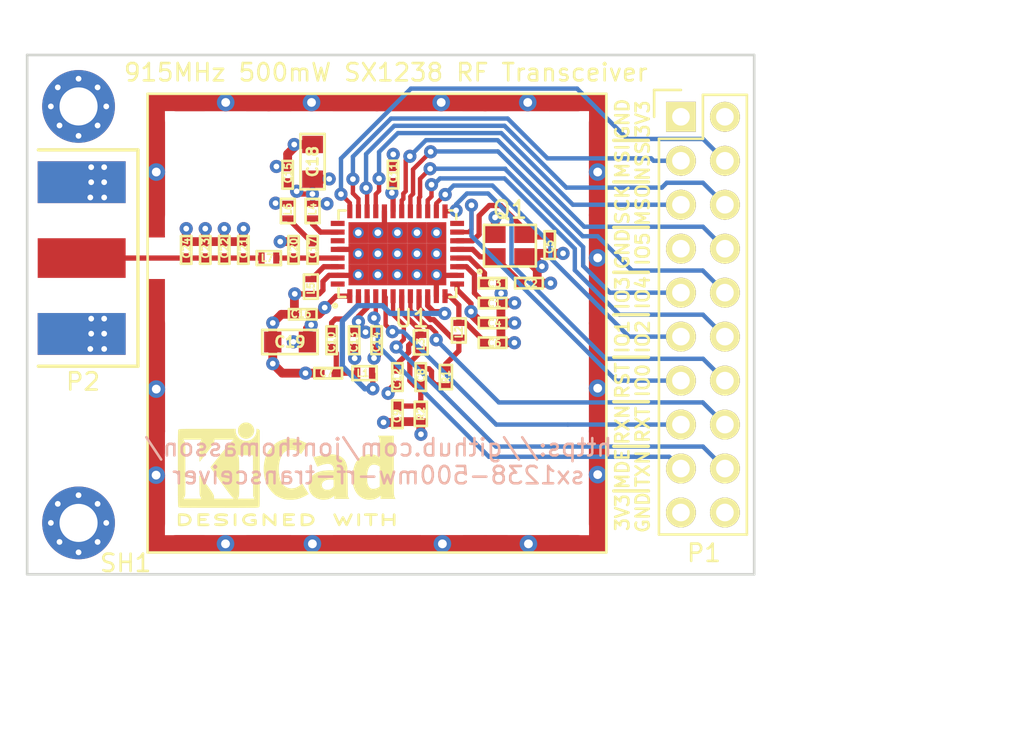
<source format=kicad_pcb>
(kicad_pcb (version 20160815) (host pcbnew "(2017-01-24 revision 0b6147e)-makepkg")
  (layers (0 F.Cu signal) (1 Layer2 signal hide) (2 Layer3 signal hide) (31 B.Cu signal) (34 B.Paste user) (35 F.Paste user) (36 B.SilkS user) (37 F.SilkS user) (38 B.Mask user) (39 F.Mask user) (44 Edge.Cuts user))
  (net 0 "")
  (net 1 "Net-(C1-Pad1)")
  (net 2 GND)
  (net 3 "Net-(C2-Pad1)")
  (net 4 "Net-(C3-Pad1)")
  (net 5 /+3V3)
  (net 6 "Net-(C5-Pad1)")
  (net 7 "Net-(C6-Pad1)")
  (net 8 "Net-(C10-Pad2)")
  (net 9 "Net-(C8-Pad2)")
  (net 10 "Net-(C8-Pad1)")
  (net 11 "Net-(C10-Pad1)")
  (net 12 "Net-(C12-Pad1)")
  (net 13 "Net-(C17-Pad1)")
  (net 14 "Net-(C17-Pad2)")
  (net 15 "Net-(C21-Pad1)")
  (net 16 "Net-(L1-Pad1)")
  (net 17 "Net-(L2-Pad2)")
  (net 18 "Net-(L4-Pad1)")
  (net 19 "Net-(L5-Pad1)")
  (net 20 /NSS)
  (net 21 /MOSI)
  (net 22 /MISO)
  (net 23 /SCK)
  (net 24 /DIO5)
  (net 25 /DIO4)
  (net 26 /DIO3)
  (net 27 /DIO2)
  (net 28 /DIO1)
  (net 29 /DIO0)
  (net 30 /RESET)
  (net 31 /RXTX)
  (net 32 /TXEN)
  (net 33 /RXEN)
  (net 34 /MODE)
  (net 35 "Net-(U1-Pad20)")
  (net 36 "Net-(U1-Pad40)")
  (net 37 "Net-(U1-Pad35)")
  (net 38 "Net-(U1-Pad33)")
  (module wurth-shield-25x25-36103255 (layer F.Cu) (at 96.57 110.36)
    (fp_text reference SH1 (at -2.27 1.61 180) (layer F.SilkS))
    (fp_text value wurth-shield-25x25-36103255)
    (pad 1 smd rect (at -0.5 -0.65 90) (size 3.3 1) (layers F.Cu F.Mask) (net 2 GND))
    (pad 1 smd rect (at -0.5 -23.85 90) (size 3.3 1) (layers F.Cu F.Mask) (net 2 GND))
    (pad 1 smd rect (at 25 -0.65 90) (size 3.3 1) (layers F.Cu F.Mask) (net 2 GND))
    (pad 1 smd rect (at 25 -23.85 90) (size 3.3 1) (layers F.Cu F.Mask) (net 2 GND))
    (pad 1 smd rect (at 0.65 0.5 180) (size 3.3 1) (layers F.Cu F.Mask) (net 2 GND))
    (pad 1 smd rect (at 0.65 -25 180) (size 3.3 1) (layers F.Cu F.Mask) (net 2 GND))
    (pad 1 smd rect (at 23.85 -25 180) (size 3.3 1) (layers F.Cu F.Mask) (net 2 GND))
    (pad 1 smd rect (at 23.85 0.5 180) (size 3.3 1) (layers F.Cu F.Mask) (net 2 GND))
    (pad 1 smd rect (at 12.25 -25 180) (size 5.1 1) (layers F.Cu F.Mask) (net 2 GND))
    (pad 1 smd rect (at 12.25 0.5 180) (size 5.1 1) (layers F.Cu F.Mask) (net 2 GND))
    (pad 1 smd rect (at -0.5 -12.25 90) (size 5.1 1) (layers F.Cu F.Mask) (net 2 GND))
    (pad 1 smd rect (at 25 -12.25 90) (size 5.1 1) (layers F.Cu F.Mask) (net 2 GND))
    (pad 1 smd rect (at -0.5 -18.5 90) (size 2.6 1) (layers F.Cu F.Mask) (net 2 GND))
    (pad 1 smd rect (at -0.5 -6 90) (size 2.6 1) (layers F.Cu F.Mask) (net 2 GND))
    (pad 1 smd rect (at 18.5 0.5 180) (size 2.6 1) (layers F.Cu F.Mask) (net 2 GND))
    (pad 1 smd rect (at 6 0.5 180) (size 2.6 1) (layers F.Cu F.Mask) (net 2 GND))
    (pad 1 smd rect (at 6 -25 180) (size 2.6 1) (layers F.Cu F.Mask) (net 2 GND))
    (pad 1 smd rect (at 18.5 -25 180) (size 2.6 1) (layers F.Cu F.Mask) (net 2 GND))
    (pad 1 smd rect (at 25 -6 90) (size 2.6 1) (layers F.Cu F.Mask) (net 2 GND))
    (pad 1 smd rect (at 25 -18.5 90) (size 2.6 1) (layers F.Cu F.Mask) (net 2 GND))
  )
  (module 0732511150 (layer F.Cu) (at 94.51 94.35)
    (fp_text reference P2 (at -2.67 7.14) (layer F.SilkS))
    (fp_text value SMA)
    (pad 2 smd rect (at -2.75 -4.3825 180) (size 5.08 2.415) (layers F.Cu F.Mask) (net 2 GND))
    (pad 2 smd rect (at -2.75 4.3825 180) (size 5.08 2.415) (layers F.Cu F.Mask) (net 2 GND))
    (pad 1 smd rect (at -2.75 0 180) (size 5.08 2.29) (layers F.Cu F.Mask) (net 15 "Net-(C21-Pad1)"))
    (pad 2 smd rect (at -2.75 -4.3825 180) (size 5.08 2.415) (layers B.Cu B.Mask) (net 2 GND))
    (pad 2 smd rect (at -2.75 4.3825 180) (size 5.08 2.415) (layers B.Cu B.Mask) (net 2 GND))
    (pad 2 thru_hole circle (at -2.2 -4.3825 180) (size 0.635 0.635) (drill 0.3302) (layers *.Cu *.Mask) (net 2 GND))
    (pad 2 thru_hole circle (at -1.45 -4.3825 180) (size 0.635 0.635) (drill 0.3302) (layers *.Cu *.Mask) (net 2 GND))
    (pad 2 thru_hole circle (at -2.2 -5.25 180) (size 0.635 0.635) (drill 0.3302) (layers *.Cu *.Mask) (net 2 GND))
    (pad 2 thru_hole circle (at -1.45 -5.25 180) (size 0.635 0.635) (drill 0.3302) (layers *.Cu *.Mask) (net 2 GND))
    (pad 2 thru_hole circle (at -1.45 -3.5 180) (size 0.635 0.635) (drill 0.3302) (layers *.Cu *.Mask) (net 2 GND))
    (pad 2 thru_hole circle (at -2.25 -3.5 180) (size 0.635 0.635) (drill 0.3302) (layers *.Cu *.Mask) (net 2 GND))
    (pad 2 thru_hole circle (at -1.45 5.25 180) (size 0.635 0.635) (drill 0.3302) (layers *.Cu *.Mask) (net 2 GND))
    (pad 2 thru_hole circle (at -2.2 3.5 180) (size 0.635 0.635) (drill 0.3302) (layers *.Cu *.Mask) (net 2 GND))
    (pad 2 thru_hole circle (at -1.45 3.5 180) (size 0.635 0.635) (drill 0.3302) (layers *.Cu *.Mask) (net 2 GND))
    (pad 2 thru_hole circle (at -1.45 4.3675 180) (size 0.635 0.635) (drill 0.3302) (layers *.Cu *.Mask) (net 2 GND))
    (pad 2 thru_hole circle (at -2.2 4.3675 180) (size 0.635 0.635) (drill 0.3302) (layers *.Cu *.Mask) (net 2 GND))
    (pad 2 thru_hole circle (at -2.25 5.25 180) (size 0.635 0.635) (drill 0.3302) (layers *.Cu *.Mask) (net 2 GND))
  )
  (module kicad-logo:KiCad-Logo2_6mm_SilkScreen (layer F.Cu) (at 103.6 106.83)
    (fp_text reference REF*** hide)
    (fp_text value KiCad-Logo2_6mm_SilkScreen hide)
  )
  (module semtech-sx1238:semtech-sx1238 (layer F.Cu) (at 110 94.1 90)
    (fp_text reference U1 (at -3.74 0.83 180) (layer F.SilkS))
    (fp_text value SX1238)
    (pad 41 thru_hole circle (at -0.001 2.26 90) (size 0.635 0.635) (drill 0.381) (layers *.Cu *.Mask) (net 2 GND))
    (pad 41 thru_hole circle (at -0.001 1.13 90) (size 0.635 0.635) (drill 0.381) (layers *.Cu *.Mask) (net 2 GND))
    (pad 41 thru_hole circle (at -0.001 0 90) (size 0.635 0.635) (drill 0.381) (layers *.Cu *.Mask) (net 2 GND))
    (pad 41 thru_hole circle (at -0.001 -1.13 90) (size 0.635 0.635) (drill 0.381) (layers *.Cu *.Mask) (net 2 GND))
    (pad 41 thru_hole circle (at 1.215 2.26 90) (size 0.635 0.635) (drill 0.381) (layers *.Cu *.Mask) (net 2 GND))
    (pad 41 thru_hole circle (at 1.215 1.13 90) (size 0.635 0.635) (drill 0.381) (layers *.Cu *.Mask) (net 2 GND))
    (pad 41 thru_hole circle (at 1.215 0 90) (size 0.635 0.635) (drill 0.381) (layers *.Cu *.Mask) (net 2 GND))
    (pad 41 thru_hole circle (at 1.215 -1.13 90) (size 0.635 0.635) (drill 0.381) (layers *.Cu *.Mask) (net 2 GND))
    (pad 41 thru_hole circle (at 1.215 -2.26 90) (size 0.635 0.635) (drill 0.381) (layers *.Cu *.Mask) (net 2 GND))
    (pad 41 thru_hole circle (at -0.001 -2.26 90) (size 0.635 0.635) (drill 0.381) (layers *.Cu *.Mask) (net 2 GND))
    (pad 41 thru_hole circle (at -1.217 2.26 90) (size 0.635 0.635) (drill 0.381) (layers *.Cu *.Mask) (net 2 GND))
    (pad 41 thru_hole circle (at -1.217 1.13 90) (size 0.635 0.635) (drill 0.381) (layers *.Cu *.Mask) (net 2 GND))
    (pad 41 thru_hole circle (at -1.217 0 90) (size 0.635 0.635) (drill 0.381) (layers *.Cu *.Mask) (net 2 GND))
    (pad 41 thru_hole circle (at -1.217 -1.13 90) (size 0.635 0.635) (drill 0.381) (layers *.Cu *.Mask) (net 2 GND))
    (pad 41 smd rect (at -1.217 2.26 90) (size 1.216 1.13) (layers F.Cu F.Paste F.Mask) (net 2 GND))
    (pad 41 smd rect (at -1.217 1.13 90) (size 1.216 1.13) (layers F.Cu F.Paste F.Mask) (net 2 GND))
    (pad 41 smd rect (at -1.217 0 90) (size 1.216 1.13) (layers F.Cu F.Paste F.Mask) (net 2 GND))
    (pad 41 smd rect (at -0.001 2.26 90) (size 1.216 1.13) (layers F.Cu F.Paste F.Mask) (net 2 GND))
    (pad 41 smd rect (at -0.001 1.13 90) (size 1.216 1.13) (layers F.Cu F.Paste F.Mask) (net 2 GND))
    (pad 41 smd rect (at -0.001 0 90) (size 1.216 1.13) (layers F.Cu F.Paste F.Mask) (net 2 GND))
    (pad 41 smd rect (at 1.215 2.26 90) (size 1.216 1.13) (layers F.Cu F.Paste F.Mask) (net 2 GND))
    (pad 41 smd rect (at 1.215 1.13 90) (size 1.216 1.13) (layers F.Cu F.Paste F.Mask) (net 2 GND))
    (pad 41 smd rect (at 1.215 0 90) (size 1.216 1.13) (layers F.Cu F.Paste F.Mask) (net 2 GND))
    (pad 41 smd rect (at 1.215 -1.13 90) (size 1.216 1.13) (layers F.Cu F.Paste F.Mask) (net 2 GND))
    (pad 41 smd rect (at -0.001 -1.13 90) (size 1.216 1.13) (layers F.Cu F.Paste F.Mask) (net 2 GND))
    (pad 41 smd rect (at -1.217 -1.13 90) (size 1.216 1.13) (layers F.Cu F.Paste F.Mask) (net 2 GND))
    (pad 41 smd rect (at 1.215 -2.26 90) (size 1.216 1.13) (layers F.Cu F.Paste F.Mask) (net 2 GND))
    (pad 41 smd rect (at -0.001 -2.26 90) (size 1.216 1.13) (layers F.Cu F.Paste F.Mask) (net 2 GND))
    (pad 41 smd rect (at -1.217 -2.26 90) (size 1.216 1.13) (layers F.Cu F.Paste F.Mask) (net 2 GND))
    (pad 41 thru_hole circle (at -1.217 -2.26 90) (size 0.635 0.635) (drill 0.381) (layers *.Cu *.Mask) (net 2 GND))
    (pad 32 smd rect (at 2.45 -2.75 180) (size 0.3 0.8) (layers F.Cu F.Paste F.Mask) (net 20 /NSS))
    (pad 31 smd rect (at 2.45 -2.25 180) (size 0.3 0.8) (layers F.Cu F.Paste F.Mask) (net 21 /MOSI))
    (pad 30 smd rect (at 2.45 -1.75 180) (size 0.3 0.8) (layers F.Cu F.Paste F.Mask) (net 22 /MISO))
    (pad 29 smd rect (at 2.45 -1.25 180) (size 0.3 0.8) (layers F.Cu F.Paste F.Mask) (net 23 /SCK))
    (pad 28 smd rect (at 2.45 -0.75 180) (size 0.3 0.8) (layers F.Cu F.Paste F.Mask) (net 2 GND))
    (pad 27 smd rect (at 2.45 -0.25 180) (size 0.3 0.8) (layers F.Cu F.Paste F.Mask) (net 5 /+3V3))
    (pad 26 smd rect (at 2.45 0.25 180) (size 0.3 0.8) (layers F.Cu F.Paste F.Mask) (net 24 /DIO5))
    (pad 25 smd rect (at 2.45 0.75 180) (size 0.3 0.8) (layers F.Cu F.Paste F.Mask) (net 25 /DIO4))
    (pad 24 smd rect (at 2.45 1.25 180) (size 0.3 0.8) (layers F.Cu F.Paste F.Mask) (net 26 /DIO3))
    (pad 23 smd rect (at 2.45 1.75 180) (size 0.3 0.8) (layers F.Cu F.Paste F.Mask) (net 27 /DIO2))
    (pad 22 smd rect (at 2.45 2.25 180) (size 0.3 0.8) (layers F.Cu F.Paste F.Mask) (net 28 /DIO1))
    (pad 21 smd rect (at 2.45 2.75 180) (size 0.3 0.8) (layers F.Cu F.Paste F.Mask) (net 29 /DIO0))
    (pad 1 smd rect (at -2.45 -2.75 180) (size 0.3 0.8) (layers F.Cu F.Paste F.Mask) (net 5 /+3V3))
    (pad 2 smd rect (at -2.45 -2.25 180) (size 0.3 0.8) (layers F.Cu F.Paste F.Mask) (net 11 "Net-(C10-Pad1)"))
    (pad 3 smd rect (at -2.45 -1.75 180) (size 0.3 0.8) (layers F.Cu F.Paste F.Mask) (net 5 /+3V3))
    (pad 4 smd rect (at -2.45 -1.25 180) (size 0.3 0.8) (layers F.Cu F.Paste F.Mask) (net 34 /MODE))
    (pad 5 smd rect (at -2.45 -0.75 180) (size 0.3 0.8) (layers F.Cu F.Paste F.Mask) (net 33 /RXEN))
    (pad 6 smd rect (at -2.45 -0.25 180) (size 0.3 0.8) (layers F.Cu F.Paste F.Mask) (net 32 /TXEN))
    (pad 7 smd rect (at -2.45 0.25 180) (size 0.3 0.8) (layers F.Cu F.Paste F.Mask) (net 12 "Net-(C12-Pad1)"))
    (pad 8 smd rect (at -2.45 0.75 180) (size 0.3 0.8) (layers F.Cu F.Paste F.Mask) (net 31 /RXTX))
    (pad 9 smd rect (at -2.45 1.25 180) (size 0.3 0.8) (layers F.Cu F.Paste F.Mask) (net 17 "Net-(L2-Pad2)"))
    (pad 10 smd rect (at -2.45 1.75 180) (size 0.3 0.8) (layers F.Cu F.Paste F.Mask) (net 16 "Net-(L1-Pad1)"))
    (pad 11 smd rect (at -2.45 2.25 180) (size 0.3 0.8) (layers F.Cu F.Paste F.Mask) (net 2 GND))
    (pad 12 smd rect (at -2.45 2.75 180) (size 0.3 0.8) (layers F.Cu F.Paste F.Mask) (net 7 "Net-(C6-Pad1)"))
    (pad 33 smd rect (at 1.75 -3.45 90) (size 0.3 0.8) (layers F.Cu F.Paste F.Mask) (net 38 "Net-(U1-Pad33)"))
    (pad 34 smd rect (at 1.25 -3.45 90) (size 0.3 0.8) (layers F.Cu F.Paste F.Mask) (net 18 "Net-(L4-Pad1)"))
    (pad 35 smd rect (at 0.75 -3.45 90) (size 0.3 0.8) (layers F.Cu F.Paste F.Mask) (net 37 "Net-(U1-Pad35)"))
    (pad 36 smd rect (at 0.25 -3.45 90) (size 0.3 0.8) (layers F.Cu F.Paste F.Mask) (net 2 GND))
    (pad 37 smd rect (at -0.25 -3.45 90) (size 0.3 0.8) (layers F.Cu F.Paste F.Mask) (net 13 "Net-(C17-Pad1)"))
    (pad 38 smd rect (at -0.75 -3.45 90) (size 0.3 0.8) (layers F.Cu F.Paste F.Mask) (net 19 "Net-(L5-Pad1)"))
    (pad 39 smd rect (at -1.25 -3.45 90) (size 0.3 0.8) (layers F.Cu F.Paste F.Mask) (net 2 GND))
    (pad 40 smd rect (at -1.75 -3.45 90) (size 0.3 0.8) (layers F.Cu F.Paste F.Mask) (net 36 "Net-(U1-Pad40)"))
    (pad 20 smd rect (at 1.75 3.45 90) (size 0.3 0.8) (layers F.Cu F.Paste F.Mask) (net 35 "Net-(U1-Pad20)"))
    (pad 19 smd rect (at 1.25 3.45 90) (size 0.3 0.8) (layers F.Cu F.Paste F.Mask) (net 30 /RESET))
    (pad 18 smd rect (at 0.75 3.45 90) (size 0.3 0.8) (layers F.Cu F.Paste F.Mask) (net 6 "Net-(C5-Pad1)"))
    (pad 17 smd rect (at 0.25 3.45 90) (size 0.3 0.8) (layers F.Cu F.Paste F.Mask) (net 3 "Net-(C2-Pad1)"))
    (pad 16 smd rect (at -0.25 3.45 90) (size 0.3 0.8) (layers F.Cu F.Paste F.Mask) (net 4 "Net-(C3-Pad1)"))
    (pad 15 smd rect (at -0.75 3.45 90) (size 0.3 0.8) (layers F.Cu F.Paste F.Mask) (net 1 "Net-(C1-Pad1)"))
    (pad 14 smd rect (at -1.25 3.45 90) (size 0.3 0.8) (layers F.Cu F.Paste F.Mask) (net 2 GND))
    (pad 13 smd rect (at -1.75 3.45 90) (size 0.3 0.8) (layers F.Cu F.Paste F.Mask) (net 5 /+3V3))
  )
  (module murata-inductor-0402:murata-inductor-0402 (layer F.Cu) (at 111.35 99.22 270)
    (fp_text reference L3 (at 0.1 0 270) (layer F.SilkS) (effects (font (size 0.4064 0.4064) (thickness 0.101))))
    (fp_text value 5.6nH)
    (pad 2 smd rect (at 0.42 0 270) (size 0.35 0.65) (layers F.Cu F.Paste F.Mask) (net 10 "Net-(C8-Pad1)"))
    (pad 1 smd rect (at -0.43 0 270) (size 0.35 0.65) (layers F.Cu F.Paste F.Mask) (net 12 "Net-(C12-Pad1)"))
  )
  (module murata-inductor-0402:murata-inductor-0402 (layer F.Cu) (at 113.55 98.53 270)
    (fp_text reference L2 (at 0.1 0 270) (layer F.SilkS) (effects (font (size 0.4064 0.4064) (thickness 0.101))))
    (fp_text value 33nH)
    (pad 2 smd rect (at 0.42 0 270) (size 0.35 0.65) (layers F.Cu F.Paste F.Mask) (net 17 "Net-(L2-Pad2)"))
    (pad 1 smd rect (at -0.43 0 270) (size 0.35 0.65) (layers F.Cu F.Paste F.Mask) (net 7 "Net-(C6-Pad1)"))
  )
  (module nxp-NX2520SA-32.000000MHZ:ndk-NX2520SA-32.000000MHZ (layer F.Cu) (at 116.5 93.635)
    (fp_text reference Q1 (at 0 -2.075) (layer F.SilkS))
    (fp_text value NX2520SA)
    (pad 2 smd rect (at 0.851 0.645) (size 1.2 1) (layers F.Cu F.Paste F.Mask) (net 2 GND))
    (pad 1 smd rect (at -0.849 0.645) (size 1.2 1) (layers F.Cu F.Paste F.Mask) (net 3 "Net-(C2-Pad1)"))
    (pad 3 smd rect (at 0.851 -0.655) (size 1.2 1) (layers F.Cu F.Paste F.Mask) (net 6 "Net-(C5-Pad1)"))
    (pad 4 smd rect (at -0.849 -0.655) (size 1.2 1) (layers F.Cu F.Paste F.Mask) (net 2 GND))
  )
  (module murata-cap-0402:murata-cap-0402 (layer F.Cu) (at 108.8 99.1 270)
    (fp_text reference C14 (at 0.1 0.02 270) (layer F.SilkS) (effects (font (size 0.4064 0.4064) (thickness 0.101))))
    (fp_text value 10nF)
    (pad 2 smd rect (at 0.48 0 270) (size 0.55 0.5) (layers F.Cu F.Paste F.Mask) (net 2 GND))
    (pad 1 smd rect (at -0.47 0 270) (size 0.55 0.5) (layers F.Cu F.Paste F.Mask) (net 5 /+3V3))
  )
  (module Resistors_SMD:R_0402 (layer F.Cu) (at 112.8 101.225 90)
    (fp_text reference R1 (at 0 0 90) (layer F.SilkS) (effects (font (size 0.4064 0.4064) (thickness 0.101))))
    (fp_text value 48)
    (pad 2 smd rect (at 0.45 0 90) (size 0.4 0.6) (layers F.Cu F.Paste F.Mask) (net 17 "Net-(L2-Pad2)"))
    (pad 1 smd rect (at -0.45 0 90) (size 0.4 0.6) (layers F.Cu F.Paste F.Mask) (net 9 "Net-(C8-Pad2)"))
  )
  (module Resistors_SMD:R_0402 (layer F.Cu) (at 111.35 103.35 270)
    (fp_text reference R2 (at 0 0 270) (layer F.SilkS) (effects (font (size 0.4064 0.4064) (thickness 0.101))))
    (fp_text value 82)
    (pad 2 smd rect (at 0.45 0 270) (size 0.4 0.6) (layers F.Cu F.Paste F.Mask) (net 2 GND))
    (pad 1 smd rect (at -0.45 0 270) (size 0.4 0.6) (layers F.Cu F.Paste F.Mask) (net 10 "Net-(C8-Pad1)"))
  )
  (module murata-cap-0603:murata-cap-0603 (layer F.Cu) (at 105.1 88.78 90)
    (fp_text reference C18 (at 0 0 90) (layer F.SilkS) (effects (font (size 0.6096 0.6096))))
    (fp_text value 10uF)
    (pad 2 smd rect (at 0.99 0 90) (size 1 1.2) (layers F.Cu F.Paste F.Mask) (net 2 GND))
    (pad 1 smd rect (at -1.01 0 90) (size 1 1.2) (layers F.Cu F.Paste F.Mask) (net 5 /+3V3))
  )
  (module murata-cap-0402:murata-cap-0402 (layer F.Cu) (at 115.5 98.1)
    (fp_text reference C4 (at 0.1 0.02) (layer F.SilkS) (effects (font (size 0.4064 0.4064) (thickness 0.101))))
    (fp_text value 100nF)
    (pad 2 smd rect (at 0.48 0) (size 0.55 0.5) (layers F.Cu F.Paste F.Mask) (net 2 GND))
    (pad 1 smd rect (at -0.47 0) (size 0.55 0.5) (layers F.Cu F.Paste F.Mask) (net 5 /+3V3))
  )
  (module murata-cap-0402:murata-cap-0402 (layer F.Cu) (at 115.5 96.95)
    (fp_text reference C1 (at 0.1 0.02) (layer F.SilkS) (effects (font (size 0.4064 0.4064) (thickness 0.101))))
    (fp_text value 100nF)
    (pad 2 smd rect (at 0.48 0) (size 0.55 0.5) (layers F.Cu F.Paste F.Mask) (net 2 GND))
    (pad 1 smd rect (at -0.47 0) (size 0.55 0.5) (layers F.Cu F.Paste F.Mask) (net 1 "Net-(C1-Pad1)"))
  )
  (module murata-cap-0402:murata-cap-0402 (layer F.Cu) (at 115.5 95.8)
    (fp_text reference C3 (at 0.1 0.02) (layer F.SilkS) (effects (font (size 0.4064 0.4064) (thickness 0.101))))
    (fp_text value 100nF)
    (pad 2 smd rect (at 0.48 0) (size 0.55 0.5) (layers F.Cu F.Paste F.Mask) (net 2 GND))
    (pad 1 smd rect (at -0.47 0) (size 0.55 0.5) (layers F.Cu F.Paste F.Mask) (net 4 "Net-(C3-Pad1)"))
  )
  (module murata-cap-0402:murata-cap-0402 (layer F.Cu) (at 117.6 95.8)
    (fp_text reference C2 (at 0.1 0.02) (layer F.SilkS) (effects (font (size 0.4064 0.4064) (thickness 0.101))))
    (fp_text value 18pF)
    (pad 2 smd rect (at 0.48 0) (size 0.55 0.5) (layers F.Cu F.Paste F.Mask) (net 2 GND))
    (pad 1 smd rect (at -0.47 0) (size 0.55 0.5) (layers F.Cu F.Paste F.Mask) (net 3 "Net-(C2-Pad1)"))
  )
  (module murata-cap-0402:murata-cap-0402 (layer F.Cu) (at 118.8 93.6 270)
    (fp_text reference C5 (at 0.1 0.02 270) (layer F.SilkS) (effects (font (size 0.4064 0.4064) (thickness 0.101))))
    (fp_text value 15pF)
    (pad 2 smd rect (at 0.48 0 270) (size 0.55 0.5) (layers F.Cu F.Paste F.Mask) (net 2 GND))
    (pad 1 smd rect (at -0.47 0 270) (size 0.55 0.5) (layers F.Cu F.Paste F.Mask) (net 6 "Net-(C5-Pad1)"))
  )
  (module murata-cap-0402:murata-cap-0402 (layer F.Cu) (at 105.1 93.88 90)
    (fp_text reference C17 (at 0.1 0.02 90) (layer F.SilkS) (effects (font (size 0.4064 0.4064) (thickness 0.101))))
    (fp_text value DNP)
    (pad 2 smd rect (at 0.48 0 90) (size 0.55 0.5) (layers F.Cu F.Paste F.Mask) (net 14 "Net-(C17-Pad2)"))
    (pad 1 smd rect (at -0.47 0 90) (size 0.55 0.5) (layers F.Cu F.Paste F.Mask) (net 13 "Net-(C17-Pad1)"))
  )
  (module murata-cap-0402:murata-cap-0402 (layer F.Cu) (at 104 93.88 90)
    (fp_text reference C20 (at 0.1 0.02 90) (layer F.SilkS) (effects (font (size 0.4064 0.4064) (thickness 0.101))))
    (fp_text value 5.6Pf)
    (pad 2 smd rect (at 0.48 0 90) (size 0.55 0.5) (layers F.Cu F.Paste F.Mask) (net 2 GND))
    (pad 1 smd rect (at -0.47 0 90) (size 0.55 0.5) (layers F.Cu F.Paste F.Mask) (net 13 "Net-(C17-Pad1)"))
  )
  (module murata-cap-0402:murata-cap-0402 (layer F.Cu) (at 101.1 93.88 90)
    (fp_text reference C21 (at 0.1 0.02 90) (layer F.SilkS) (effects (font (size 0.4064 0.4064) (thickness 0.101))))
    (fp_text value 3.0pF)
    (pad 2 smd rect (at 0.48 0 90) (size 0.55 0.5) (layers F.Cu F.Paste F.Mask) (net 2 GND))
    (pad 1 smd rect (at -0.47 0 90) (size 0.55 0.5) (layers F.Cu F.Paste F.Mask) (net 15 "Net-(C21-Pad1)"))
  )
  (module murata-cap-0402:murata-cap-0402 (layer F.Cu) (at 100 93.88 90)
    (fp_text reference C22 (at 0.1 0.02 90) (layer F.SilkS) (effects (font (size 0.4064 0.4064) (thickness 0.101))))
    (fp_text value 1.0pF)
    (pad 2 smd rect (at 0.48 0 90) (size 0.55 0.5) (layers F.Cu F.Paste F.Mask) (net 2 GND))
    (pad 1 smd rect (at -0.47 0 90) (size 0.55 0.5) (layers F.Cu F.Paste F.Mask) (net 15 "Net-(C21-Pad1)"))
  )
  (module murata-cap-0402:murata-cap-0402 (layer F.Cu) (at 98.9 93.88 90)
    (fp_text reference C23 (at 0.1 0.02 90) (layer F.SilkS) (effects (font (size 0.4064 0.4064) (thickness 0.101))))
    (fp_text value 1.8pF)
    (pad 2 smd rect (at 0.48 0 90) (size 0.55 0.5) (layers F.Cu F.Paste F.Mask) (net 2 GND))
    (pad 1 smd rect (at -0.47 0 90) (size 0.55 0.5) (layers F.Cu F.Paste F.Mask) (net 15 "Net-(C21-Pad1)"))
  )
  (module murata-cap-0402:murata-cap-0402 (layer F.Cu) (at 103.66 89.54 90)
    (fp_text reference C15 (at 0.1 0.02 90) (layer F.SilkS) (effects (font (size 0.4064 0.4064) (thickness 0.101))))
    (fp_text value 10nF)
    (pad 2 smd rect (at 0.48 0 90) (size 0.55 0.5) (layers F.Cu F.Paste F.Mask) (net 2 GND))
    (pad 1 smd rect (at -0.47 0 90) (size 0.55 0.5) (layers F.Cu F.Paste F.Mask) (net 5 /+3V3))
  )
  (module murata-cap-0402:murata-cap-0402 (layer F.Cu) (at 109.75 89.53 90)
    (fp_text reference C11 (at 0.1 0.02 90) (layer F.SilkS) (effects (font (size 0.4064 0.4064) (thickness 0.101))))
    (fp_text value 10nF)
    (pad 2 smd rect (at 0.48 0 90) (size 0.55 0.5) (layers F.Cu F.Paste F.Mask) (net 2 GND))
    (pad 1 smd rect (at -0.47 0 90) (size 0.55 0.5) (layers F.Cu F.Paste F.Mask) (net 5 /+3V3))
  )
  (module murata-cap-0402:murata-cap-0402 (layer F.Cu) (at 106 101 180)
    (fp_text reference C7 (at 0.1 0.02 180) (layer F.SilkS) (effects (font (size 0.4064 0.4064) (thickness 0.101))))
    (fp_text value 3.3pF)
    (pad 2 smd rect (at 0.48 0 180) (size 0.55 0.5) (layers F.Cu F.Paste F.Mask) (net 2 GND))
    (pad 1 smd rect (at -0.47 0 180) (size 0.55 0.5) (layers F.Cu F.Paste F.Mask) (net 8 "Net-(C10-Pad2)"))
  )
  (module murata-cap-0402:murata-cap-0402 (layer F.Cu) (at 97.8 93.88 90)
    (fp_text reference C24 (at 0.1 0.02 90) (layer F.SilkS) (effects (font (size 0.4064 0.4064) (thickness 0.101))))
    (fp_text value DNP)
    (pad 2 smd rect (at 0.48 0 90) (size 0.55 0.5) (layers F.Cu F.Paste F.Mask) (net 2 GND))
    (pad 1 smd rect (at -0.47 0 90) (size 0.55 0.5) (layers F.Cu F.Paste F.Mask) (net 15 "Net-(C21-Pad1)"))
  )
  (module murata-cap-0402:murata-cap-0402 (layer F.Cu) (at 115.5 99.24)
    (fp_text reference C6 (at 0.1 0.02) (layer F.SilkS) (effects (font (size 0.4064 0.4064) (thickness 0.101))))
    (fp_text value 100nF)
    (pad 2 smd rect (at 0.48 0) (size 0.55 0.5) (layers F.Cu F.Paste F.Mask) (net 2 GND))
    (pad 1 smd rect (at -0.47 0) (size 0.55 0.5) (layers F.Cu F.Paste F.Mask) (net 7 "Net-(C6-Pad1)"))
  )
  (module murata-cap-0402:murata-cap-0402 (layer F.Cu) (at 111.35 101.225 90)
    (fp_text reference C8 (at 0.1 0.02 90) (layer F.SilkS) (effects (font (size 0.4064 0.4064) (thickness 0.101))))
    (fp_text value 33pF)
    (pad 2 smd rect (at 0.48 0 90) (size 0.55 0.5) (layers F.Cu F.Paste F.Mask) (net 9 "Net-(C8-Pad2)"))
    (pad 1 smd rect (at -0.47 0 90) (size 0.55 0.5) (layers F.Cu F.Paste F.Mask) (net 10 "Net-(C8-Pad1)"))
  )
  (module murata-cap-0402:murata-cap-0402 (layer F.Cu) (at 110 103.37 270)
    (fp_text reference C9 (at 0.1 0.02 270) (layer F.SilkS) (effects (font (size 0.4064 0.4064) (thickness 0.101))))
    (fp_text value 9.1pF)
    (pad 2 smd rect (at 0.48 0 270) (size 0.55 0.5) (layers F.Cu F.Paste F.Mask) (net 2 GND))
    (pad 1 smd rect (at -0.47 0 270) (size 0.55 0.5) (layers F.Cu F.Paste F.Mask) (net 10 "Net-(C8-Pad1)"))
  )
  (module murata-cap-0402:murata-cap-0402 (layer F.Cu) (at 106.2 99.1 270)
    (fp_text reference C10 (at 0.1 0.02 270) (layer F.SilkS) (effects (font (size 0.4064 0.4064) (thickness 0.101))))
    (fp_text value 33pF)
    (pad 2 smd rect (at 0.48 0 270) (size 0.55 0.5) (layers F.Cu F.Paste F.Mask) (net 8 "Net-(C10-Pad2)"))
    (pad 1 smd rect (at -0.47 0 270) (size 0.55 0.5) (layers F.Cu F.Paste F.Mask) (net 11 "Net-(C10-Pad1)"))
  )
  (module murata-cap-0402:murata-cap-0402 (layer F.Cu) (at 110 101.225 270)
    (fp_text reference C12 (at 0.1 0.02 270) (layer F.SilkS) (effects (font (size 0.4064 0.4064) (thickness 0.101))))
    (fp_text value 10pF)
    (pad 2 smd rect (at 0.48 0 270) (size 0.55 0.5) (layers F.Cu F.Paste F.Mask) (net 2 GND))
    (pad 1 smd rect (at -0.47 0 270) (size 0.55 0.5) (layers F.Cu F.Paste F.Mask) (net 12 "Net-(C12-Pad1)"))
  )
  (module murata-cap-0402:murata-cap-0402 (layer F.Cu) (at 107.5 99.1 270)
    (fp_text reference C13 (at 0.1 0.02 270) (layer F.SilkS) (effects (font (size 0.4064 0.4064) (thickness 0.101))))
    (fp_text value DNP)
    (pad 2 smd rect (at 0.48 0 270) (size 0.55 0.5) (layers F.Cu F.Paste F.Mask) (net 2 GND))
    (pad 1 smd rect (at -0.47 0 270) (size 0.55 0.5) (layers F.Cu F.Paste F.Mask) (net 5 /+3V3))
  )
  (module murata-cap-0402:murata-cap-0402 (layer F.Cu) (at 104.53 97.6 180)
    (fp_text reference C16 (at 0.1 0.02 180) (layer F.SilkS) (effects (font (size 0.4064 0.4064) (thickness 0.101))))
    (fp_text value 10nF)
    (pad 2 smd rect (at 0.48 0 180) (size 0.55 0.5) (layers F.Cu F.Paste F.Mask) (net 2 GND))
    (pad 1 smd rect (at -0.47 0 180) (size 0.55 0.5) (layers F.Cu F.Paste F.Mask) (net 5 /+3V3))
  )
  (module murata-cap-0603:murata-cap-0603 (layer F.Cu) (at 103.79 99.2 180)
    (fp_text reference C19 (at 0 0 180) (layer F.SilkS) (effects (font (size 0.6096 0.6096))))
    (fp_text value 10uF)
    (pad 2 smd rect (at 0.99 0 180) (size 1 1.2) (layers F.Cu F.Paste F.Mask) (net 2 GND))
    (pad 1 smd rect (at -1.01 0 180) (size 1 1.2) (layers F.Cu F.Paste F.Mask) (net 5 /+3V3))
  )
  (module murata-inductor-0402:murata-inductor-0402 (layer F.Cu) (at 108.1 101 180)
    (fp_text reference L1 (at 0.1 0 180) (layer F.SilkS) (effects (font (size 0.4064 0.4064) (thickness 0.101))))
    (fp_text value 10nH)
    (pad 2 smd rect (at 0.42 0 180) (size 0.35 0.65) (layers F.Cu F.Paste F.Mask) (net 8 "Net-(C10-Pad2)"))
    (pad 1 smd rect (at -0.43 0 180) (size 0.35 0.65) (layers F.Cu F.Paste F.Mask) (net 16 "Net-(L1-Pad1)"))
  )
  (module murata-inductor-0402:murata-inductor-0402 (layer F.Cu) (at 105.1 91.63 90)
    (fp_text reference L4 (at 0.1 0 90) (layer F.SilkS) (effects (font (size 0.4064 0.4064) (thickness 0.101))))
    (fp_text value 6.8nH)
    (pad 2 smd rect (at 0.42 0 90) (size 0.35 0.65) (layers F.Cu F.Paste F.Mask) (net 5 /+3V3))
    (pad 1 smd rect (at -0.43 0 90) (size 0.35 0.65) (layers F.Cu F.Paste F.Mask) (net 18 "Net-(L4-Pad1)"))
  )
  (module murata-inductor-0402:murata-inductor-0402 (layer F.Cu) (at 105 96 270)
    (fp_text reference L5 (at 0.1 0 270) (layer F.SilkS) (effects (font (size 0.4064 0.4064) (thickness 0.101))))
    (fp_text value 3.3nH)
    (pad 2 smd rect (at 0.42 0 270) (size 0.35 0.65) (layers F.Cu F.Paste F.Mask) (net 2 GND))
    (pad 1 smd rect (at -0.43 0 270) (size 0.35 0.65) (layers F.Cu F.Paste F.Mask) (net 19 "Net-(L5-Pad1)"))
  )
  (module murata-inductor-0402:murata-inductor-0402 (layer F.Cu) (at 103.67 91.63 90)
    (fp_text reference L6 (at 0.1 0 90) (layer F.SilkS) (effects (font (size 0.4064 0.4064) (thickness 0.101))))
    (fp_text value DNP)
    (pad 2 smd rect (at 0.42 0 90) (size 0.35 0.65) (layers F.Cu F.Paste F.Mask) (net 2 GND))
    (pad 1 smd rect (at -0.43 0 90) (size 0.35 0.65) (layers F.Cu F.Paste F.Mask) (net 14 "Net-(C17-Pad2)"))
  )
  (module murata-inductor-0402:murata-inductor-0402 (layer F.Cu) (at 102.57 94.35 180)
    (fp_text reference L7 (at 0.1 0 180) (layer F.SilkS) (effects (font (size 0.4064 0.4064) (thickness 0.101))))
    (fp_text value 6.8nH)
    (pad 2 smd rect (at 0.42 0 180) (size 0.35 0.65) (layers F.Cu F.Paste F.Mask) (net 15 "Net-(C21-Pad1)"))
    (pad 1 smd rect (at -0.43 0 180) (size 0.35 0.65) (layers F.Cu F.Paste F.Mask) (net 13 "Net-(C17-Pad1)"))
  )
  (module m2-mounting-hole:M2_2.2mm_mounting_hole (layer F.Cu) (at 91.58 85.59)
    (fp_text reference H1 hide)
    (fp_text value M2_Hole)
    (pad 1 thru_hole circle (at -1.1 1.1) (size 0.635 0.635) (drill 0.3302) (layers *.Cu *.Mask) (net 2 GND))
    (pad 1 thru_hole circle (at 1.1 1.1) (size 0.635 0.635) (drill 0.3302) (layers *.Cu *.Mask) (net 2 GND))
    (pad 1 thru_hole circle (at 1.1 -1.1) (size 0.635 0.635) (drill 0.3302) (layers *.Cu *.Mask) (net 2 GND))
    (pad 1 thru_hole circle (at -1.2 -1.1) (size 0.635 0.635) (drill 0.3302) (layers *.Cu *.Mask) (net 2 GND))
    (pad 1 thru_hole circle (at -1.6 0) (size 0.635 0.635) (drill 0.3302) (layers *.Cu *.Mask) (net 2 GND))
    (pad 1 thru_hole circle (at 0 1.7) (size 0.635 0.635) (drill 0.3302) (layers *.Cu *.Mask) (net 2 GND))
    (pad 1 thru_hole circle (at 1.6 0) (size 0.635 0.635) (drill 0.3302) (layers *.Cu *.Mask) (net 2 GND))
    (pad 1 thru_hole circle (at 0 -1.6) (size 0.635 0.635) (drill 0.3302) (layers *.Cu *.Mask) (net 2 GND))
    (pad 1 thru_hole circle (at 0 0) (size 4.2 4.2) (drill 2.2) (layers *.Cu *.Mask) (net 2 GND))
  )
  (module m2-mounting-hole:M2_2.2mm_mounting_hole (layer F.Cu) (at 91.58 109.65)
    (fp_text reference H2 hide)
    (fp_text value M2_Hole)
    (pad 1 thru_hole circle (at -1.1 1.1) (size 0.635 0.635) (drill 0.3302) (layers *.Cu *.Mask) (net 2 GND))
    (pad 1 thru_hole circle (at 1.1 1.1) (size 0.635 0.635) (drill 0.3302) (layers *.Cu *.Mask) (net 2 GND))
    (pad 1 thru_hole circle (at 1.1 -1.1) (size 0.635 0.635) (drill 0.3302) (layers *.Cu *.Mask) (net 2 GND))
    (pad 1 thru_hole circle (at -1.2 -1.1) (size 0.635 0.635) (drill 0.3302) (layers *.Cu *.Mask) (net 2 GND))
    (pad 1 thru_hole circle (at -1.6 0) (size 0.635 0.635) (drill 0.3302) (layers *.Cu *.Mask) (net 2 GND))
    (pad 1 thru_hole circle (at 0 1.7) (size 0.635 0.635) (drill 0.3302) (layers *.Cu *.Mask) (net 2 GND))
    (pad 1 thru_hole circle (at 1.6 0) (size 0.635 0.635) (drill 0.3302) (layers *.Cu *.Mask) (net 2 GND))
    (pad 1 thru_hole circle (at 0 -1.6) (size 0.635 0.635) (drill 0.3302) (layers *.Cu *.Mask) (net 2 GND))
    (pad 1 thru_hole circle (at 0 0) (size 4.2 4.2) (drill 2.2) (layers *.Cu *.Mask) (net 2 GND))
  )
  (module pin-headers-2x10:Pin_Header_Straight_2x10 (layer F.Cu) (at 126.38 86.19)
    (fp_text reference P1 (at 1.33 25.2) (layer F.SilkS))
    (fp_text value CONN_02X10)
    (pad 20 thru_hole oval (at 2.54 22.86) (size 1.7272 1.7272) (drill 1.016) (layers *.Cu *.Mask F.SilkS) (net 2 GND))
    (pad 19 thru_hole oval (at 0 22.86) (size 1.7272 1.7272) (drill 1.016) (layers *.Cu *.Mask F.SilkS) (net 5 /+3V3))
    (pad 18 thru_hole oval (at 2.54 20.32) (size 1.7272 1.7272) (drill 1.016) (layers *.Cu *.Mask F.SilkS) (net 32 /TXEN))
    (pad 17 thru_hole oval (at 0 20.32) (size 1.7272 1.7272) (drill 1.016) (layers *.Cu *.Mask F.SilkS) (net 34 /MODE))
    (pad 16 thru_hole oval (at 2.54 17.78) (size 1.7272 1.7272) (drill 1.016) (layers *.Cu *.Mask F.SilkS) (net 31 /RXTX))
    (pad 15 thru_hole oval (at 0 17.78) (size 1.7272 1.7272) (drill 1.016) (layers *.Cu *.Mask F.SilkS) (net 33 /RXEN))
    (pad 14 thru_hole oval (at 2.54 15.24) (size 1.7272 1.7272) (drill 1.016) (layers *.Cu *.Mask F.SilkS) (net 29 /DIO0))
    (pad 13 thru_hole oval (at 0 15.24) (size 1.7272 1.7272) (drill 1.016) (layers *.Cu *.Mask F.SilkS) (net 30 /RESET))
    (pad 12 thru_hole oval (at 2.54 12.7) (size 1.7272 1.7272) (drill 1.016) (layers *.Cu *.Mask F.SilkS) (net 27 /DIO2))
    (pad 11 thru_hole oval (at 0 12.7) (size 1.7272 1.7272) (drill 1.016) (layers *.Cu *.Mask F.SilkS) (net 28 /DIO1))
    (pad 10 thru_hole oval (at 2.54 10.16) (size 1.7272 1.7272) (drill 1.016) (layers *.Cu *.Mask F.SilkS) (net 25 /DIO4))
    (pad 9 thru_hole oval (at 0 10.16) (size 1.7272 1.7272) (drill 1.016) (layers *.Cu *.Mask F.SilkS) (net 26 /DIO3))
    (pad 8 thru_hole oval (at 2.54 7.62) (size 1.7272 1.7272) (drill 1.016) (layers *.Cu *.Mask F.SilkS) (net 24 /DIO5))
    (pad 7 thru_hole oval (at 0 7.62) (size 1.7272 1.7272) (drill 1.016) (layers *.Cu *.Mask F.SilkS) (net 2 GND))
    (pad 6 thru_hole oval (at 2.54 5.08) (size 1.7272 1.7272) (drill 1.016) (layers *.Cu *.Mask F.SilkS) (net 22 /MISO))
    (pad 5 thru_hole oval (at 0 5.08) (size 1.7272 1.7272) (drill 1.016) (layers *.Cu *.Mask F.SilkS) (net 23 /SCK))
    (pad 4 thru_hole oval (at 2.54 2.54) (size 1.7272 1.7272) (drill 1.016) (layers *.Cu *.Mask F.SilkS) (net 20 /NSS))
    (pad 3 thru_hole oval (at 0 2.54) (size 1.7272 1.7272) (drill 1.016) (layers *.Cu *.Mask F.SilkS) (net 21 /MOSI))
    (pad 2 thru_hole oval (at 2.54 0) (size 1.7272 1.7272) (drill 1.016) (layers *.Cu *.Mask F.SilkS) (net 5 /+3V3))
    (pad 1 thru_hole rect (at 0 0) (size 1.7272 1.7272) (drill 1.016) (layers *.Cu *.Mask F.SilkS) (net 2 GND))
  )
  (gr_text "https://github.com/jonthomasson/\nsx1238-500mw-rf-transceiver" (at 108.9 106.1) (layer B.SilkS) (effects (font (size 1 1)) (justify mirror)))
  (gr_text "915MHz 500mW SX1238 RF Transceiver" (at 109.33 83.63) (layer F.SilkS) (effects (font (size 1 1))))
  (gr_line (start 122.5 87.55) (end 124.5 87.55) (layer F.SilkS) (width 0.2))
  (gr_line (start 122.5 89.95) (end 124.5 89.95) (layer F.SilkS) (width 0.2))
  (gr_line (start 122.5 92.575) (end 124.5 92.575) (layer F.SilkS) (width 0.2))
  (gr_line (start 122.5 95.175) (end 124.5 95.175) (layer F.SilkS) (width 0.2))
  (gr_line (start 122.5 97.625) (end 124.5 97.625) (layer F.SilkS) (width 0.2))
  (gr_line (start 122.5 100.075) (end 124.5 100.075) (layer F.SilkS) (width 0.2))
  (gr_line (start 122.5 102.65) (end 124.5 102.65) (layer F.SilkS) (width 0.2))
  (gr_line (start 122.5 105.225) (end 124.5 105.225) (layer F.SilkS) (width 0.2))
  (gr_line (start 124.5 107.8) (end 124.5 107.8) (layer F.SilkS) (width 0.2))
  (gr_line (start 122.5 107.8) (end 124.5 107.8) (layer F.SilkS) (width 0.2))
  (gr_text GND (at 124.175 109.05 90) (layer F.SilkS) (effects (font (size 0.762 0.762))))
  (gr_text TXN (at 124.175 106.525 90) (layer F.SilkS) (effects (font (size 0.762 0.762))))
  (gr_text RXT (at 124.175 103.975 90) (layer F.SilkS) (effects (font (size 0.762 0.762))))
  (gr_text IO0 (at 124.175 101.425 90) (layer F.SilkS) (effects (font (size 0.762 0.762))))
  (gr_text IO2 (at 124.175 98.9 90) (layer F.SilkS) (effects (font (size 0.762 0.762))))
  (gr_text IO4 (at 124.175 96.35 90) (layer F.SilkS) (effects (font (size 0.762 0.762))))
  (gr_text IO5 (at 124.175 93.825 90) (layer F.SilkS) (effects (font (size 0.762 0.762))))
  (gr_text MSO (at 124.175 91.275 90) (layer F.SilkS) (effects (font (size 0.762 0.762))))
  (gr_text NSS (at 124.175 88.75 90) (layer F.SilkS) (effects (font (size 0.762 0.762))))
  (gr_text 3V3 (at 123 109.05 90) (layer F.SilkS) (effects (font (size 0.762 0.762))))
  (gr_text MDE (at 123 106.525 90) (layer F.SilkS) (effects (font (size 0.762 0.762))))
  (gr_text RXN (at 123 103.975 90) (layer F.SilkS) (effects (font (size 0.762 0.762))))
  (gr_text RST (at 123 101.425 90) (layer F.SilkS) (effects (font (size 0.762 0.762))))
  (gr_text IO1 (at 123 98.9 90) (layer F.SilkS) (effects (font (size 0.762 0.762))))
  (gr_text IO3 (at 123 96.375 90) (layer F.SilkS) (effects (font (size 0.762 0.762))))
  (gr_text GND (at 123 93.825 90) (layer F.SilkS) (effects (font (size 0.762 0.762))))
  (gr_text SCK (at 123 91.275 90) (layer F.SilkS) (effects (font (size 0.762 0.762))))
  (gr_text MSI (at 123 88.75 90) (layer F.SilkS) (effects (font (size 0.762 0.762))))
  (gr_text 3V3 (at 124.175 86.31 90) (layer F.SilkS) (effects (font (size 0.762 0.762))))
  (gr_text GND (at 123 86.32 90) (layer F.SilkS) (effects (font (size 0.762 0.762))))
  (gr_line (start 88.61 82.62) (end 88.61 82.62) (layer Edge.Cuts) (width 0.15))
  (gr_line (start 88.61 112.62) (end 88.61 82.62) (layer Edge.Cuts) (width 0.15))
  (gr_line (start 130.61 112.62) (end 88.61 112.62) (layer Edge.Cuts) (width 0.15))
  (gr_line (start 130.61 82.62) (end 130.61 112.62) (layer Edge.Cuts) (width 0.15))
  (gr_line (start 88.61 82.62) (end 130.61 82.62) (layer Edge.Cuts) (width 0.15))
  (segment (start 114.450199 95.310199) (end 114.450199 96.370199) (width 0.3048) (layer F.Cu) (net 1))
  (segment (start 114.450199 96.370199) (end 115.03 96.95) (width 0.3048) (layer F.Cu) (net 1))
  (segment (start 113.99 94.85) (end 114.450199 95.310199) (width 0.3048) (layer F.Cu) (net 1))
  (segment (start 113.45 94.85) (end 113.99 94.85) (width 0.3048) (layer F.Cu) (net 1))
  (segment (start 108.8 99.58) (end 108.8 99.98) (width 0.508) (layer F.Cu) (net 2))
  (via (at 108.65 100.13) (size 0.762) (drill 0.3302) (layers F.Cu B.Cu) (net 2))
  (segment (start 108.8 99.98) (end 108.65 100.13) (width 0.508) (layer F.Cu) (net 2))
  (segment (start 107.5 99.58) (end 107.5 100.11) (width 0.508) (layer F.Cu) (net 2))
  (via (at 107.53 100.14) (size 0.762) (drill 0.3302) (layers F.Cu B.Cu) (net 2))
  (segment (start 107.5 100.11) (end 107.53 100.14) (width 0.508) (layer F.Cu) (net 2))
  (via (at 118.35 94.83) (size 0.762) (drill 0.3302) (layers F.Cu B.Cu) (net 2))
  (segment (start 118.35 94.83) (end 117.8 94.28) (width 0.508) (layer F.Cu) (net 2))
  (segment (start 117.8 94.28) (end 117.351 94.28) (width 0.508) (layer F.Cu) (net 2))
  (segment (start 115.651 92.98) (end 115.651 92.011) (width 0.508) (layer F.Cu) (net 2))
  (segment (start 115.651 92.011) (end 115.64 92) (width 0.508) (layer F.Cu) (net 2))
  (via (at 115.64 92) (size 0.762) (drill 0.3302) (layers F.Cu B.Cu) (net 2))
  (segment (start 110 101.705) (end 109.915 101.705) (width 0.508) (layer F.Cu) (net 2))
  (segment (start 109.915 101.705) (end 109.46 102.16) (width 0.508) (layer F.Cu) (net 2))
  (via (at 109.46 102.16) (size 0.762) (drill 0.3302) (layers F.Cu B.Cu) (net 2))
  (segment (start 109.75 89.05) (end 109.75 88.37) (width 0.508) (layer F.Cu) (net 2))
  (segment (start 109.75 88.37) (end 109.76 88.36) (width 0.508) (layer F.Cu) (net 2))
  (via (at 109.76 88.36) (size 0.762) (drill 0.3302) (layers F.Cu B.Cu) (net 2))
  (segment (start 113.45 95.35) (end 112.293 95.35) (width 0.3048) (layer F.Cu) (net 2))
  (segment (start 112.293 95.35) (end 112.26 95.317) (width 0.3048) (layer F.Cu) (net 2))
  (segment (start 106.55 93.85) (end 107.489 93.85) (width 0.3048) (layer F.Cu) (net 2))
  (segment (start 107.489 93.85) (end 107.74 94.101) (width 0.3048) (layer F.Cu) (net 2))
  (segment (start 106.55 95.35) (end 107.707 95.35) (width 0.3048) (layer F.Cu) (net 2))
  (segment (start 107.707 95.35) (end 107.74 95.317) (width 0.3048) (layer F.Cu) (net 2))
  (segment (start 109.25 91.65) (end 109.25 92.505) (width 0.3048) (layer F.Cu) (net 2))
  (segment (start 109.25 92.505) (end 108.87 92.885) (width 0.3048) (layer F.Cu) (net 2))
  (segment (start 112.25 96.55) (end 112.25 95.327) (width 0.3048) (layer F.Cu) (net 2))
  (segment (start 112.25 95.327) (end 112.26 95.317) (width 0.3048) (layer F.Cu) (net 2))
  (segment (start 104.04 87.96) (end 103.66 88.34) (width 0.508) (layer F.Cu) (net 2))
  (segment (start 103.66 88.34) (end 103.66 89.06) (width 0.508) (layer F.Cu) (net 2))
  (segment (start 104.04 87.79) (end 104.04 87.96) (width 0.508) (layer F.Cu) (net 2))
  (segment (start 105.1 87.79) (end 104.04 87.79) (width 0.508) (layer F.Cu) (net 2))
  (via (at 104.04 87.79) (size 0.762) (drill 0.3302) (layers F.Cu B.Cu) (net 2))
  (segment (start 103.66 89.06) (end 103.01 89.06) (width 0.508) (layer F.Cu) (net 2))
  (via (at 103.01 89.06) (size 0.762) (drill 0.3302) (layers F.Cu B.Cu) (net 2))
  (segment (start 103.67 91.21) (end 102.99 91.21) (width 0.3048) (layer F.Cu) (net 2))
  (segment (start 102.99 91.21) (end 102.96 91.18) (width 0.3048) (layer F.Cu) (net 2))
  (via (at 102.96 91.18) (size 0.762) (drill 0.3302) (layers F.Cu B.Cu) (net 2))
  (segment (start 96.07 101.92) (end 96.07 98.11) (width 1.016) (layer F.Cu) (net 2))
  (segment (start 96.07 104.36) (end 96.07 101.92) (width 1.016) (layer F.Cu) (net 2))
  (via (at 96.07 101.92) (size 1.016) (drill 0.508) (layers F.Cu B.Cu) (net 2))
  (segment (start 96.06 106.89) (end 96.06 104.37) (width 1.016) (layer F.Cu) (net 2))
  (segment (start 96.06 104.37) (end 96.07 104.36) (width 1.016) (layer F.Cu) (net 2))
  (segment (start 96.07 109.71) (end 96.07 106.9) (width 1.016) (layer F.Cu) (net 2))
  (via (at 96.06 106.89) (size 1.016) (drill 0.508) (layers F.Cu B.Cu) (net 2))
  (segment (start 96.07 106.9) (end 96.06 106.89) (width 1.016) (layer F.Cu) (net 2))
  (segment (start 100.07 110.86) (end 97.22 110.86) (width 1.016) (layer F.Cu) (net 2))
  (segment (start 102.57 110.86) (end 100.07 110.86) (width 1.016) (layer F.Cu) (net 2))
  (via (at 100.07 110.86) (size 1.016) (drill 0.508) (layers F.Cu B.Cu) (net 2))
  (segment (start 105.09 110.86) (end 102.57 110.86) (width 1.016) (layer F.Cu) (net 2))
  (segment (start 108.82 110.86) (end 105.09 110.86) (width 1.016) (layer F.Cu) (net 2))
  (via (at 105.09 110.86) (size 1.016) (drill 0.508) (layers F.Cu B.Cu) (net 2))
  (segment (start 112.6 110.86) (end 108.82 110.86) (width 1.016) (layer F.Cu) (net 2))
  (segment (start 115.07 110.86) (end 112.6 110.86) (width 1.016) (layer F.Cu) (net 2))
  (via (at 112.6 110.86) (size 1.016) (drill 0.508) (layers F.Cu B.Cu) (net 2))
  (segment (start 117.57 110.86) (end 115.07 110.86) (width 1.016) (layer F.Cu) (net 2))
  (segment (start 120.42 110.86) (end 117.57 110.86) (width 1.016) (layer F.Cu) (net 2))
  (via (at 117.57 110.86) (size 1.016) (drill 0.508) (layers F.Cu B.Cu) (net 2))
  (segment (start 117.53 85.36) (end 120.42 85.36) (width 1.016) (layer F.Cu) (net 2))
  (segment (start 115.07 85.36) (end 117.53 85.36) (width 1.016) (layer F.Cu) (net 2))
  (via (at 117.53 85.36) (size 1.016) (drill 0.508) (layers F.Cu B.Cu) (net 2))
  (segment (start 112.53 85.36) (end 115.07 85.36) (width 1.016) (layer F.Cu) (net 2))
  (segment (start 108.82 85.36) (end 112.53 85.36) (width 1.016) (layer F.Cu) (net 2))
  (via (at 112.53 85.36) (size 1.016) (drill 0.508) (layers F.Cu B.Cu) (net 2))
  (segment (start 96.07 89.38) (end 96.07 86.51) (width 1.016) (layer F.Cu) (net 2))
  (segment (start 96.07 91.86) (end 96.07 89.38) (width 1.016) (layer F.Cu) (net 2))
  (via (at 96.07 89.38) (size 1.016) (drill 0.508) (layers F.Cu B.Cu) (net 2))
  (segment (start 105.04 85.36) (end 108.82 85.36) (width 1.016) (layer F.Cu) (net 2))
  (segment (start 102.57 85.36) (end 105.04 85.36) (width 1.016) (layer F.Cu) (net 2))
  (via (at 105.04 85.36) (size 1.016) (drill 0.508) (layers F.Cu B.Cu) (net 2))
  (segment (start 100.08 85.36) (end 102.57 85.36) (width 1.016) (layer F.Cu) (net 2))
  (segment (start 97.22 85.36) (end 100.08 85.36) (width 1.016) (layer F.Cu) (net 2))
  (via (at 100.08 85.36) (size 1.016) (drill 0.508) (layers F.Cu B.Cu) (net 2))
  (segment (start 121.57 106.86) (end 121.57 109.71) (width 1.016) (layer F.Cu) (net 2))
  (segment (start 121.57 104.36) (end 121.57 106.86) (width 1.016) (layer F.Cu) (net 2))
  (via (at 121.57 106.86) (size 1.016) (drill 0.508) (layers F.Cu B.Cu) (net 2))
  (segment (start 121.57 101.87) (end 121.57 104.36) (width 1.016) (layer F.Cu) (net 2))
  (segment (start 121.57 98.11) (end 121.57 101.87) (width 1.016) (layer F.Cu) (net 2))
  (via (at 121.57 101.87) (size 1.016) (drill 0.508) (layers F.Cu B.Cu) (net 2))
  (segment (start 121.57 94.34) (end 121.57 98.11) (width 1.016) (layer F.Cu) (net 2))
  (segment (start 121.57 91.86) (end 121.57 94.34) (width 1.016) (layer F.Cu) (net 2))
  (via (at 121.57 94.34) (size 1.016) (drill 0.508) (layers F.Cu B.Cu) (net 2))
  (segment (start 121.57 89.38) (end 121.57 91.86) (width 1.016) (layer F.Cu) (net 2))
  (segment (start 121.57 86.51) (end 121.57 89.38) (width 1.016) (layer F.Cu) (net 2))
  (via (at 121.57 89.38) (size 1.016) (drill 0.508) (layers F.Cu B.Cu) (net 2))
  (segment (start 97.8 93.4) (end 97.8 92.65) (width 0.508) (layer F.Cu) (net 2))
  (via (at 97.8 92.65) (size 0.762) (drill 0.3302) (layers F.Cu B.Cu) (net 2))
  (segment (start 98.9 93.4) (end 98.9 92.65) (width 0.508) (layer F.Cu) (net 2))
  (via (at 98.9 92.65) (size 0.762) (drill 0.3302) (layers F.Cu B.Cu) (net 2))
  (segment (start 100 93.4) (end 100 92.65) (width 0.508) (layer F.Cu) (net 2))
  (via (at 100 92.65) (size 0.762) (drill 0.3302) (layers F.Cu B.Cu) (net 2))
  (segment (start 101.1 93.4) (end 101.1 92.66) (width 0.508) (layer F.Cu) (net 2))
  (segment (start 101.1 92.66) (end 101.11 92.65) (width 0.508) (layer F.Cu) (net 2))
  (via (at 101.11 92.65) (size 0.762) (drill 0.3302) (layers F.Cu B.Cu) (net 2))
  (via (at 103.23 93.4) (size 0.762) (drill 0.3302) (layers F.Cu B.Cu) (net 2))
  (segment (start 103.23 93.4) (end 104 93.4) (width 0.508) (layer F.Cu) (net 2))
  (segment (start 115.98 99.24) (end 116.76 99.24) (width 0.508) (layer F.Cu) (net 2))
  (via (at 116.76 99.24) (size 0.762) (drill 0.3302) (layers F.Cu B.Cu) (net 2))
  (segment (start 115.98 98.1) (end 116.77 98.1) (width 0.508) (layer F.Cu) (net 2))
  (via (at 116.77 98.1) (size 0.762) (drill 0.3302) (layers F.Cu B.Cu) (net 2))
  (segment (start 115.98 96.95) (end 115.98 98.1) (width 0.508) (layer F.Cu) (net 2))
  (segment (start 115.98 96.95) (end 116.76 96.95) (width 0.508) (layer F.Cu) (net 2))
  (segment (start 116.76 96.95) (end 116.77 96.94) (width 0.508) (layer F.Cu) (net 2))
  (via (at 116.77 96.94) (size 0.762) (drill 0.3302) (layers F.Cu B.Cu) (net 2))
  (segment (start 115.99 96.39) (end 115.99 96.94) (width 0.508) (layer F.Cu) (net 2))
  (segment (start 115.99 96.94) (end 115.98 96.95) (width 0.508) (layer F.Cu) (net 2))
  (segment (start 115.98 95.8) (end 115.98 96.38) (width 0.508) (layer F.Cu) (net 2))
  (segment (start 115.98 96.38) (end 115.99 96.39) (width 0.508) (layer F.Cu) (net 2))
  (via (at 115.99 96.39) (size 0.762) (drill 0.3302) (layers F.Cu B.Cu) (net 2))
  (segment (start 118.08 95.8) (end 118.85 95.8) (width 0.508) (layer F.Cu) (net 2))
  (via (at 118.85 95.8) (size 0.762) (drill 0.3302) (layers F.Cu B.Cu) (net 2))
  (segment (start 118.8 94.08) (end 119.57 94.08) (width 0.508) (layer F.Cu) (net 2))
  (via (at 119.57 94.08) (size 0.762) (drill 0.3302) (layers F.Cu B.Cu) (net 2))
  (segment (start 111.35 103.8) (end 111.35 104.52) (width 0.508) (layer F.Cu) (net 2))
  (segment (start 111.35 104.52) (end 111.36 104.53) (width 0.508) (layer F.Cu) (net 2))
  (via (at 111.36 104.53) (size 0.762) (drill 0.3302) (layers F.Cu B.Cu) (net 2))
  (segment (start 110 103.85) (end 109.21 103.85) (width 0.508) (layer F.Cu) (net 2))
  (via (at 109.2 103.84) (size 0.762) (drill 0.3302) (layers F.Cu B.Cu) (net 2))
  (segment (start 109.21 103.85) (end 109.2 103.84) (width 0.508) (layer F.Cu) (net 2))
  (segment (start 102.8 98.1) (end 102.8 99.2) (width 0.508) (layer F.Cu) (net 2))
  (segment (start 104.05 97.6) (end 103.3 97.6) (width 0.508) (layer F.Cu) (net 2))
  (segment (start 103.3 97.6) (end 102.8 98.1) (width 0.508) (layer F.Cu) (net 2))
  (via (at 102.8 98.1) (size 0.762) (drill 0.3302) (layers F.Cu B.Cu) (net 2))
  (segment (start 104.07 96.42) (end 105 96.42) (width 0.3048) (layer F.Cu) (net 2))
  (segment (start 104.05 97.6) (end 104.05 96.44) (width 0.508) (layer F.Cu) (net 2))
  (segment (start 104.05 96.44) (end 104.07 96.42) (width 0.508) (layer F.Cu) (net 2))
  (via (at 104.07 96.42) (size 0.762) (drill 0.3302) (layers F.Cu B.Cu) (net 2))
  (segment (start 102.8 100.45) (end 102.8 99.2) (width 0.508) (layer F.Cu) (net 2))
  (segment (start 104.69 101) (end 103.35 101) (width 0.508) (layer F.Cu) (net 2))
  (segment (start 103.35 101) (end 102.8 100.45) (width 0.508) (layer F.Cu) (net 2))
  (via (at 102.8 100.45) (size 0.762) (drill 0.3302) (layers F.Cu B.Cu) (net 2))
  (segment (start 105.52 101) (end 104.69 101) (width 0.508) (layer F.Cu) (net 2))
  (via (at 104.69 101) (size 0.762) (drill 0.3302) (layers F.Cu B.Cu) (net 2))
  (segment (start 105.7 96.2) (end 105.48 96.42) (width 0.3048) (layer F.Cu) (net 2))
  (segment (start 105.48 96.42) (end 105 96.42) (width 0.3048) (layer F.Cu) (net 2))
  (segment (start 105.7 95.7) (end 105.7 96.2) (width 0.3048) (layer F.Cu) (net 2))
  (segment (start 106.05 95.35) (end 105.7 95.7) (width 0.3048) (layer F.Cu) (net 2))
  (segment (start 106.55 95.35) (end 106.05 95.35) (width 0.3048) (layer F.Cu) (net 2))
  (segment (start 100 93.4) (end 101.1 93.4) (width 0.508) (layer F.Cu) (net 2))
  (segment (start 98.9 93.4) (end 100 93.4) (width 0.508) (layer F.Cu) (net 2))
  (segment (start 97.8 93.4) (end 98.9 93.4) (width 0.508) (layer F.Cu) (net 2))
  (segment (start 111.35 103.8) (end 110.05 103.8) (width 0.508) (layer F.Cu) (net 2))
  (segment (start 110.05 103.8) (end 110 103.85) (width 0.508) (layer F.Cu) (net 2))
  (segment (start 115.98 98.1) (end 115.98 99.24) (width 0.508) (layer F.Cu) (net 2))
  (segment (start 118.08 95.8) (end 118.08 95.009) (width 0.508) (layer F.Cu) (net 2))
  (segment (start 118.08 95.009) (end 117.351 94.28) (width 0.508) (layer F.Cu) (net 2))
  (segment (start 117.97 94.28) (end 118.17 94.08) (width 0.508) (layer F.Cu) (net 2))
  (segment (start 118.17 94.08) (end 118.8 94.08) (width 0.508) (layer F.Cu) (net 2))
  (segment (start 117.351 94.28) (end 117.97 94.28) (width 0.508) (layer F.Cu) (net 2))
  (segment (start 117.13 95.8) (end 117.13 95.759) (width 0.3048) (layer F.Cu) (net 3))
  (segment (start 117.13 95.759) (end 115.651 94.28) (width 0.3048) (layer F.Cu) (net 3))
  (segment (start 114.35 93.85) (end 114.78 94.28) (width 0.3048) (layer F.Cu) (net 3))
  (segment (start 114.78 94.28) (end 115.651 94.28) (width 0.3048) (layer F.Cu) (net 3))
  (segment (start 113.45 93.85) (end 114.35 93.85) (width 0.3048) (layer F.Cu) (net 3))
  (segment (start 114.16 94.35) (end 115.03 95.22) (width 0.3048) (layer F.Cu) (net 4))
  (segment (start 115.03 95.22) (end 115.03 95.8) (width 0.3048) (layer F.Cu) (net 4))
  (segment (start 113.45 94.35) (end 114.16 94.35) (width 0.3048) (layer F.Cu) (net 4))
  (via (at 106.06 89.78) (size 0.762) (drill 0.3302) (layers F.Cu B.Cu) (net 5))
  (segment (start 105.1 89.79) (end 106.05 89.79) (width 0.508) (layer F.Cu) (net 5))
  (segment (start 106.05 89.79) (end 106.06 89.78) (width 0.508) (layer F.Cu) (net 5))
  (segment (start 114.25 97.54) (end 114.81 98.1) (width 0.508) (layer F.Cu) (net 5))
  (segment (start 114.81 98.1) (end 115.03 98.1) (width 0.508) (layer F.Cu) (net 5))
  (segment (start 114.25 97.44) (end 114.25 97.54) (width 0.508) (layer F.Cu) (net 5))
  (segment (start 113.45 96.18) (end 114.25 96.98) (width 0.3048) (layer F.Cu) (net 5))
  (segment (start 114.25 96.98) (end 114.25 97.44) (width 0.3048) (layer F.Cu) (net 5))
  (via (at 114.25 97.44) (size 0.762) (drill 0.3302) (layers F.Cu B.Cu) (net 5))
  (segment (start 113.45 95.85) (end 113.45 96.18) (width 0.3048) (layer F.Cu) (net 5))
  (segment (start 109.68 90.58) (end 109.68 90.07) (width 0.508) (layer F.Cu) (net 5))
  (segment (start 109.68 90.07) (end 109.75 90) (width 0.508) (layer F.Cu) (net 5))
  (segment (start 109.75 91.65) (end 109.75 90.65) (width 0.3048) (layer F.Cu) (net 5))
  (segment (start 109.75 90.65) (end 109.68 90.58) (width 0.3048) (layer F.Cu) (net 5))
  (via (at 109.68 90.58) (size 0.762) (drill 0.3302) (layers F.Cu B.Cu) (net 5))
  (segment (start 105.1 91.21) (end 105.93 91.21) (width 0.3048) (layer F.Cu) (net 5))
  (via (at 105.93 91.21) (size 0.762) (drill 0.3302) (layers F.Cu B.Cu) (net 5))
  (segment (start 104.18 90.49) (end 104.14 90.49) (width 0.3048) (layer F.Cu) (net 5))
  (segment (start 104.14 90.49) (end 103.66 90.01) (width 0.3048) (layer F.Cu) (net 5))
  (segment (start 105.09 90.65) (end 104.34 90.65) (width 0.3048) (layer F.Cu) (net 5))
  (segment (start 104.34 90.65) (end 104.18 90.49) (width 0.3048) (layer F.Cu) (net 5))
  (via (at 104.18 90.49) (size 0.762) (drill 0.3302) (layers F.Cu B.Cu) (net 5))
  (segment (start 105.09 90.65) (end 105.09 89.8) (width 0.3048) (layer F.Cu) (net 5))
  (segment (start 105.09 89.8) (end 105.1 89.79) (width 0.3048) (layer F.Cu) (net 5))
  (segment (start 105.1 91.21) (end 105.1 90.66) (width 0.3048) (layer F.Cu) (net 5))
  (segment (start 105.1 90.66) (end 105.09 90.65) (width 0.3048) (layer F.Cu) (net 5))
  (via (at 105.09 90.65) (size 0.762) (drill 0.3302) (layers F.Cu B.Cu) (net 5))
  (segment (start 104.8 99.2) (end 104 99.2) (width 0.508) (layer F.Cu) (net 5))
  (segment (start 104 99.2) (end 103.99 99.19) (width 0.508) (layer F.Cu) (net 5))
  (via (at 103.99 99.19) (size 0.762) (drill 0.3302) (layers F.Cu B.Cu) (net 5))
  (segment (start 105.02 98.21) (end 105.02 97.62) (width 0.508) (layer F.Cu) (net 5))
  (segment (start 105.02 97.62) (end 105 97.6) (width 0.508) (layer F.Cu) (net 5))
  (segment (start 104.8 99.2) (end 104.8 98.43) (width 0.508) (layer F.Cu) (net 5))
  (segment (start 104.8 98.43) (end 105.02 98.21) (width 0.508) (layer F.Cu) (net 5))
  (via (at 105.02 98.21) (size 0.762) (drill 0.3302) (layers F.Cu B.Cu) (net 5))
  (segment (start 107.75 98.03) (end 107.75 98.38) (width 0.508) (layer F.Cu) (net 5))
  (segment (start 107.75 98.38) (end 107.5 98.63) (width 0.508) (layer F.Cu) (net 5))
  (segment (start 108.25 97.22) (end 107.75 97.72) (width 0.3048) (layer F.Cu) (net 5))
  (segment (start 107.75 97.72) (end 107.75 98.03) (width 0.3048) (layer F.Cu) (net 5))
  (via (at 107.75 98.03) (size 0.762) (drill 0.3302) (layers F.Cu B.Cu) (net 5))
  (segment (start 108.25 96.55) (end 108.25 97.22) (width 0.3048) (layer F.Cu) (net 5))
  (segment (start 105.8 97.26) (end 105.46 97.6) (width 0.508) (layer F.Cu) (net 5))
  (segment (start 105.46 97.6) (end 105 97.6) (width 0.508) (layer F.Cu) (net 5))
  (segment (start 105.8 97.21) (end 105.8 97.26) (width 0.508) (layer F.Cu) (net 5))
  (segment (start 107.25 96.55) (end 106.46 96.55) (width 0.3048) (layer F.Cu) (net 5))
  (segment (start 106.46 96.55) (end 105.8 97.21) (width 0.3048) (layer F.Cu) (net 5))
  (via (at 105.8 97.21) (size 0.762) (drill 0.3302) (layers F.Cu B.Cu) (net 5))
  (segment (start 108.16 98.63) (end 108.8 98.63) (width 0.508) (layer F.Cu) (net 5))
  (segment (start 107.5 98.63) (end 108.16 98.63) (width 0.508) (layer F.Cu) (net 5))
  (via (at 108.16 98.63) (size 0.762) (drill 0.3302) (layers F.Cu B.Cu) (net 5))
  (segment (start 115.964199 91.314199) (end 117.351 92.701) (width 0.3048) (layer F.Cu) (net 6))
  (segment (start 117.351 92.701) (end 117.351 92.98) (width 0.3048) (layer F.Cu) (net 6))
  (segment (start 115.310815 91.314199) (end 115.964199 91.314199) (width 0.3048) (layer F.Cu) (net 6))
  (segment (start 114.72 91.905014) (end 115.310815 91.314199) (width 0.3048) (layer F.Cu) (net 6))
  (segment (start 114.72 92.99) (end 114.72 91.905014) (width 0.3048) (layer F.Cu) (net 6))
  (segment (start 114.36 93.35) (end 114.72 92.99) (width 0.3048) (layer F.Cu) (net 6))
  (segment (start 113.45 93.35) (end 114.36 93.35) (width 0.3048) (layer F.Cu) (net 6))
  (segment (start 118.8 93.13) (end 117.501 93.13) (width 0.3048) (layer F.Cu) (net 6))
  (segment (start 117.501 93.13) (end 117.351 92.98) (width 0.3048) (layer F.Cu) (net 6))
  (segment (start 115.03 99.18) (end 113.95 98.1) (width 0.3048) (layer F.Cu) (net 7))
  (segment (start 113.95 98.1) (end 113.55 98.1) (width 0.3048) (layer F.Cu) (net 7))
  (segment (start 115.03 99.24) (end 115.03 99.18) (width 0.3048) (layer F.Cu) (net 7))
  (segment (start 113.02 96.55) (end 113.55 97.08) (width 0.3048) (layer F.Cu) (net 7))
  (segment (start 113.55 97.08) (end 113.55 98.1) (width 0.3048) (layer F.Cu) (net 7))
  (segment (start 112.75 96.55) (end 113.02 96.55) (width 0.3048) (layer F.Cu) (net 7))
  (segment (start 106.47 101) (end 106.47 99.85) (width 0.3048) (layer F.Cu) (net 8))
  (segment (start 106.47 99.85) (end 106.2 99.58) (width 0.3048) (layer F.Cu) (net 8))
  (segment (start 107.68 101) (end 106.47 101) (width 0.3048) (layer F.Cu) (net 8))
  (segment (start 111.97 100.89) (end 111.825 100.745) (width 0.3048) (layer F.Cu) (net 9))
  (segment (start 111.825 100.745) (end 111.35 100.745) (width 0.3048) (layer F.Cu) (net 9))
  (segment (start 111.97 101.44) (end 111.97 100.89) (width 0.3048) (layer F.Cu) (net 9))
  (segment (start 112.205 101.675) (end 111.97 101.44) (width 0.3048) (layer F.Cu) (net 9))
  (segment (start 112.8 101.675) (end 112.205 101.675) (width 0.3048) (layer F.Cu) (net 9))
  (segment (start 111.35 99.64) (end 111.35 99.76) (width 0.3048) (layer F.Cu) (net 10))
  (segment (start 111.35 99.76) (end 110.72 100.39) (width 0.3048) (layer F.Cu) (net 10))
  (segment (start 110.72 100.39) (end 110.72 101.43) (width 0.3048) (layer F.Cu) (net 10))
  (segment (start 110.72 101.43) (end 110.985 101.695) (width 0.3048) (layer F.Cu) (net 10))
  (segment (start 110.985 101.695) (end 111.35 101.695) (width 0.3048) (layer F.Cu) (net 10))
  (segment (start 111.35 102.9) (end 111.35 101.695) (width 0.3048) (layer F.Cu) (net 10))
  (segment (start 110 102.9) (end 111.35 102.9) (width 0.3048) (layer F.Cu) (net 10))
  (segment (start 106.42 97.87) (end 106.2 98.09) (width 0.3048) (layer F.Cu) (net 11))
  (segment (start 106.2 98.09) (end 106.2 98.63) (width 0.3048) (layer F.Cu) (net 11))
  (segment (start 106.92 97.87) (end 106.42 97.87) (width 0.3048) (layer F.Cu) (net 11))
  (segment (start 107.75 97.04) (end 106.92 97.87) (width 0.3048) (layer F.Cu) (net 11))
  (segment (start 107.75 96.55) (end 107.75 97.04) (width 0.3048) (layer F.Cu) (net 11))
  (segment (start 106.2 98.63) (end 106.2 98.56) (width 0.3048) (layer F.Cu) (net 11))
  (segment (start 111.35 98.79) (end 111.25 98.79) (width 0.3048) (layer F.Cu) (net 12))
  (segment (start 111.25 98.79) (end 110.65 99.39) (width 0.3048) (layer F.Cu) (net 12))
  (segment (start 110.65 99.39) (end 110.65 99.8) (width 0.3048) (layer F.Cu) (net 12))
  (segment (start 110.65 99.8) (end 110 100.45) (width 0.3048) (layer F.Cu) (net 12))
  (segment (start 110 100.45) (end 110 100.755) (width 0.3048) (layer F.Cu) (net 12))
  (segment (start 111.35 98.79) (end 111.22 98.79) (width 0.3048) (layer F.Cu) (net 12))
  (segment (start 110.25 97.47) (end 111.35 98.57) (width 0.3048) (layer F.Cu) (net 12))
  (segment (start 111.35 98.57) (end 111.35 98.79) (width 0.3048) (layer F.Cu) (net 12))
  (segment (start 110.25 96.55) (end 110.25 97.47) (width 0.3048) (layer F.Cu) (net 12))
  (segment (start 104 94.35) (end 103 94.35) (width 0.3048) (layer F.Cu) (net 13))
  (segment (start 105.1 94.35) (end 104 94.35) (width 0.3048) (layer F.Cu) (net 13))
  (segment (start 106.55 94.35) (end 105.1 94.35) (width 0.3048) (layer F.Cu) (net 13))
  (segment (start 105.1 93.4) (end 105.01 93.4) (width 0.3048) (layer F.Cu) (net 14))
  (segment (start 105.01 93.4) (end 103.67 92.06) (width 0.3048) (layer F.Cu) (net 14))
  (segment (start 97.8 94.35) (end 91.76 94.35) (width 0.3048) (layer F.Cu) (net 15))
  (segment (start 98.9 94.35) (end 97.8 94.35) (width 0.3048) (layer F.Cu) (net 15))
  (segment (start 100 94.35) (end 98.9 94.35) (width 0.3048) (layer F.Cu) (net 15))
  (segment (start 101.1 94.35) (end 100 94.35) (width 0.3048) (layer F.Cu) (net 15))
  (segment (start 102.15 94.35) (end 101.1 94.35) (width 0.3048) (layer F.Cu) (net 15))
  (segment (start 112.73 97.55) (end 109.59 97.55) (width 0.3048) (layer B.Cu) (net 16))
  (segment (start 109.59 97.55) (end 109.14 97.1) (width 0.3048) (layer B.Cu) (net 16))
  (segment (start 109.14 97.1) (end 107.7 97.1) (width 0.3048) (layer B.Cu) (net 16))
  (segment (start 107.7 97.1) (end 106.82 97.98) (width 0.3048) (layer B.Cu) (net 16))
  (segment (start 106.82 97.98) (end 106.82 100.6) (width 0.3048) (layer B.Cu) (net 16))
  (segment (start 106.82 100.6) (end 108.12 101.9) (width 0.3048) (layer B.Cu) (net 16))
  (segment (start 108.12 101.9) (end 108.58 101.9) (width 0.3048) (layer B.Cu) (net 16))
  (segment (start 108.58 101.9) (end 108.58 101.05) (width 0.3048) (layer F.Cu) (net 16))
  (segment (start 108.58 101.05) (end 108.53 101) (width 0.3048) (layer F.Cu) (net 16))
  (segment (start 108.81 101.9) (end 108.58 101.9) (width 0.3048) (layer B.Cu) (net 16))
  (via (at 108.58 101.9) (size 0.762) (drill 0.3302) (layers F.Cu B.Cu) (net 16))
  (segment (start 112.094511 97.446579) (end 112.626579 97.446579) (width 0.3048) (layer F.Cu) (net 16))
  (segment (start 112.626579 97.446579) (end 112.73 97.55) (width 0.3048) (layer F.Cu) (net 16))
  (via (at 112.73 97.55) (size 0.762) (drill 0.3302) (layers F.Cu B.Cu) (net 16))
  (segment (start 111.75 97.102068) (end 112.094511 97.446579) (width 0.3048) (layer F.Cu) (net 16))
  (segment (start 111.75 96.55) (end 111.75 97.102068) (width 0.3048) (layer F.Cu) (net 16))
  (segment (start 112.8 100.46) (end 113.55 99.71) (width 0.3048) (layer F.Cu) (net 17))
  (segment (start 113.55 99.71) (end 113.55 98.95) (width 0.3048) (layer F.Cu) (net 17))
  (segment (start 112.8 100.775) (end 112.8 100.46) (width 0.3048) (layer F.Cu) (net 17))
  (segment (start 112.093789 97.903789) (end 113.14 98.95) (width 0.3048) (layer F.Cu) (net 17))
  (segment (start 113.14 98.95) (end 113.55 98.95) (width 0.3048) (layer F.Cu) (net 17))
  (segment (start 111.905129 97.903789) (end 112.093789 97.903789) (width 0.3048) (layer F.Cu) (net 17))
  (segment (start 111.25 97.24866) (end 111.905129 97.903789) (width 0.3048) (layer F.Cu) (net 17))
  (segment (start 111.25 96.55) (end 111.25 97.24866) (width 0.3048) (layer F.Cu) (net 17))
  (segment (start 105.56 92.85) (end 105.1 92.39) (width 0.3048) (layer F.Cu) (net 18))
  (segment (start 105.1 92.39) (end 105.1 92.06) (width 0.3048) (layer F.Cu) (net 18))
  (segment (start 106.55 92.85) (end 105.56 92.85) (width 0.3048) (layer F.Cu) (net 18))
  (segment (start 105.03 95.57) (end 105.75 94.85) (width 0.3048) (layer F.Cu) (net 19))
  (segment (start 105.75 94.85) (end 106.55 94.85) (width 0.3048) (layer F.Cu) (net 19))
  (segment (start 105 95.57) (end 105.03 95.57) (width 0.3048) (layer F.Cu) (net 19))
  (segment (start 106.74 90.66) (end 106.74 88.6) (width 0.254) (layer B.Cu) (net 20))
  (segment (start 106.74 88.6) (end 110.78 84.56) (width 0.254) (layer B.Cu) (net 20))
  (segment (start 110.78 84.56) (end 120.38 84.56) (width 0.254) (layer B.Cu) (net 20))
  (segment (start 120.38 84.56) (end 123.29 87.47) (width 0.254) (layer B.Cu) (net 20))
  (segment (start 123.29 87.47) (end 127.66 87.47) (width 0.254) (layer B.Cu) (net 20))
  (segment (start 127.66 87.47) (end 128.92 88.73) (width 0.254) (layer B.Cu) (net 20))
  (segment (start 107.25 91.65) (end 107.25 91.17) (width 0.254) (layer F.Cu) (net 20))
  (segment (start 107.25 91.17) (end 106.74 90.66) (width 0.254) (layer F.Cu) (net 20))
  (via (at 106.74 90.66) (size 0.762) (drill 0.3302) (layers F.Cu B.Cu) (net 20))
  (segment (start 107.43 89.79) (end 107.43 88.49) (width 0.254) (layer B.Cu) (net 21))
  (segment (start 107.43 88.49) (end 109.63 86.29) (width 0.254) (layer B.Cu) (net 21))
  (segment (start 109.63 86.29) (end 116.37 86.29) (width 0.254) (layer B.Cu) (net 21))
  (segment (start 116.37 86.29) (end 118.67 88.59) (width 0.254) (layer B.Cu) (net 21))
  (segment (start 118.67 88.59) (end 124.66 88.59) (width 0.254) (layer B.Cu) (net 21))
  (segment (start 124.66 88.59) (end 124.8 88.73) (width 0.254) (layer B.Cu) (net 21))
  (segment (start 124.8 88.73) (end 126.38 88.73) (width 0.254) (layer B.Cu) (net 21))
  (segment (start 107.75 90.93) (end 107.43 90.61) (width 0.254) (layer F.Cu) (net 21))
  (segment (start 107.43 90.61) (end 107.43 89.79) (width 0.254) (layer F.Cu) (net 21))
  (via (at 107.43 89.79) (size 0.762) (drill 0.3302) (layers F.Cu B.Cu) (net 21))
  (segment (start 107.75 91.65) (end 107.75 90.93) (width 0.254) (layer F.Cu) (net 21))
  (segment (start 108.19 90.3) (end 108.19 88.34) (width 0.254) (layer B.Cu) (net 22))
  (segment (start 108.19 88.34) (end 109.82 86.71) (width 0.254) (layer B.Cu) (net 22))
  (segment (start 109.82 86.71) (end 116.19 86.71) (width 0.254) (layer B.Cu) (net 22))
  (segment (start 116.19 86.71) (end 119.76 90.28) (width 0.254) (layer B.Cu) (net 22))
  (segment (start 119.76 90.28) (end 125.28 90.28) (width 0.254) (layer B.Cu) (net 22))
  (segment (start 125.28 90.28) (end 125.56 90) (width 0.254) (layer B.Cu) (net 22))
  (segment (start 125.56 90) (end 127.65 90) (width 0.254) (layer B.Cu) (net 22))
  (segment (start 127.65 90) (end 128.92 91.27) (width 0.254) (layer B.Cu) (net 22))
  (segment (start 108.25 91.65) (end 108.25 90.36) (width 0.254) (layer F.Cu) (net 22))
  (segment (start 108.25 90.36) (end 108.19 90.3) (width 0.254) (layer F.Cu) (net 22))
  (via (at 108.19 90.3) (size 0.762) (drill 0.3302) (layers F.Cu B.Cu) (net 22))
  (segment (start 108.94 89.76) (end 108.94 88.22) (width 0.254) (layer B.Cu) (net 23))
  (segment (start 108.94 88.22) (end 110.03 87.13) (width 0.254) (layer B.Cu) (net 23))
  (segment (start 110.03 87.13) (end 116 87.13) (width 0.254) (layer B.Cu) (net 23))
  (segment (start 116 87.13) (end 120.14 91.27) (width 0.254) (layer B.Cu) (net 23))
  (segment (start 120.14 91.27) (end 126.38 91.27) (width 0.254) (layer B.Cu) (net 23))
  (segment (start 108.75 90.66) (end 108.94 90.47) (width 0.254) (layer F.Cu) (net 23))
  (segment (start 108.94 90.47) (end 108.94 89.76) (width 0.254) (layer F.Cu) (net 23))
  (via (at 108.94 89.76) (size 0.762) (drill 0.3302) (layers F.Cu B.Cu) (net 23))
  (segment (start 108.75 91.65) (end 108.75 90.66) (width 0.254) (layer F.Cu) (net 23))
  (segment (start 110.72 88.47) (end 111.65 87.54) (width 0.254) (layer B.Cu) (net 24))
  (segment (start 111.65 87.54) (end 115.79 87.54) (width 0.254) (layer B.Cu) (net 24))
  (segment (start 115.79 87.54) (end 120.79 92.54) (width 0.254) (layer B.Cu) (net 24))
  (segment (start 120.79 92.54) (end 127.65 92.54) (width 0.254) (layer B.Cu) (net 24))
  (segment (start 127.65 92.54) (end 128.92 93.81) (width 0.254) (layer B.Cu) (net 24))
  (segment (start 110.48 90.4905) (end 110.48 88.71) (width 0.254) (layer F.Cu) (net 24))
  (segment (start 110.48 88.71) (end 110.72 88.47) (width 0.254) (layer F.Cu) (net 24))
  (via (at 110.72 88.47) (size 0.762) (drill 0.3302) (layers F.Cu B.Cu) (net 24))
  (segment (start 110.34359 90.62691) (end 110.48 90.4905) (width 0.254) (layer F.Cu) (net 24))
  (segment (start 110.34359 90.93) (end 110.34359 90.62691) (width 0.254) (layer F.Cu) (net 24))
  (segment (start 110.25 91.02359) (end 110.34359 90.93) (width 0.254) (layer F.Cu) (net 24))
  (segment (start 110.25 91.65) (end 110.25 91.02359) (width 0.254) (layer F.Cu) (net 24))
  (segment (start 123.55 95.07) (end 127.64 95.07) (width 0.254) (layer B.Cu) (net 25))
  (segment (start 127.64 95.07) (end 128.92 96.35) (width 0.254) (layer B.Cu) (net 25))
  (segment (start 121.57 93.09) (end 123.55 95.07) (width 0.254) (layer B.Cu) (net 25))
  (segment (start 120.71 93.09) (end 121.57 93.09) (width 0.254) (layer B.Cu) (net 25))
  (segment (start 115.81 88.19) (end 120.71 93.09) (width 0.254) (layer B.Cu) (net 25))
  (segment (start 111.94 88.19) (end 115.81 88.19) (width 0.254) (layer B.Cu) (net 25))
  (segment (start 111.92 88.21) (end 111.94 88.19) (width 0.254) (layer B.Cu) (net 25))
  (segment (start 110.903189 90.642061) (end 110.903189 89.226811) (width 0.254) (layer F.Cu) (net 25))
  (segment (start 110.903189 89.226811) (end 111.92 88.21) (width 0.254) (layer F.Cu) (net 25))
  (via (at 111.92 88.21) (size 0.762) (drill 0.3302) (layers F.Cu B.Cu) (net 25))
  (segment (start 110.75 90.79525) (end 110.903189 90.642061) (width 0.254) (layer F.Cu) (net 25))
  (segment (start 110.75 91.65) (end 110.75 90.79525) (width 0.254) (layer F.Cu) (net 25))
  (segment (start 120.73 94.8) (end 122.28 96.35) (width 0.254) (layer B.Cu) (net 26))
  (segment (start 122.28 96.35) (end 126.38 96.35) (width 0.254) (layer B.Cu) (net 26))
  (segment (start 120.73 93.71) (end 120.73 94.8) (width 0.254) (layer B.Cu) (net 26))
  (segment (start 116.23 89.21) (end 120.73 93.71) (width 0.254) (layer B.Cu) (net 26))
  (segment (start 116.23 89.19) (end 116.23 89.21) (width 0.254) (layer B.Cu) (net 26))
  (segment (start 111.89 89.19) (end 116.23 89.19) (width 0.254) (layer B.Cu) (net 26))
  (segment (start 111.309599 90.810401) (end 111.309599 89.770401) (width 0.254) (layer F.Cu) (net 26))
  (segment (start 111.309599 89.770401) (end 111.89 89.19) (width 0.254) (layer F.Cu) (net 26))
  (via (at 111.89 89.19) (size 0.762) (drill 0.3302) (layers F.Cu B.Cu) (net 26))
  (segment (start 111.25 90.87) (end 111.309599 90.810401) (width 0.254) (layer F.Cu) (net 26))
  (segment (start 111.25 91.65) (end 111.25 90.87) (width 0.254) (layer F.Cu) (net 26))
  (segment (start 111.97 90.11) (end 112.1 90.11) (width 0.254) (layer B.Cu) (net 27))
  (segment (start 112.1 90.11) (end 112.46 89.75) (width 0.254) (layer B.Cu) (net 27))
  (segment (start 112.46 89.75) (end 116.19 89.75) (width 0.254) (layer B.Cu) (net 27))
  (segment (start 116.19 89.75) (end 120.25 93.81) (width 0.254) (layer B.Cu) (net 27))
  (segment (start 120.25 93.81) (end 120.25 95.05) (width 0.254) (layer B.Cu) (net 27))
  (segment (start 120.25 95.05) (end 122.82 97.62) (width 0.254) (layer B.Cu) (net 27))
  (segment (start 122.82 97.62) (end 127.65 97.62) (width 0.254) (layer B.Cu) (net 27))
  (segment (start 127.65 97.62) (end 128.92 98.89) (width 0.254) (layer B.Cu) (net 27))
  (segment (start 111.75 91.01) (end 111.97 90.79) (width 0.254) (layer F.Cu) (net 27))
  (segment (start 111.97 90.79) (end 111.97 90.11) (width 0.254) (layer F.Cu) (net 27))
  (via (at 111.97 90.11) (size 0.762) (drill 0.3302) (layers F.Cu B.Cu) (net 27))
  (segment (start 111.75 91.65) (end 111.75 91.01) (width 0.254) (layer F.Cu) (net 27))
  (segment (start 112.76 90.68) (end 112.76 90.65) (width 0.254) (layer B.Cu) (net 28))
  (segment (start 112.76 90.65) (end 113.25 90.16) (width 0.254) (layer B.Cu) (net 28))
  (segment (start 113.25 90.16) (end 115.49 90.16) (width 0.254) (layer B.Cu) (net 28))
  (segment (start 115.49 90.16) (end 118.84 93.51) (width 0.254) (layer B.Cu) (net 28))
  (segment (start 118.84 93.51) (end 118.84 94.35) (width 0.254) (layer B.Cu) (net 28))
  (segment (start 118.84 94.35) (end 123.38 98.89) (width 0.254) (layer B.Cu) (net 28))
  (segment (start 123.38 98.89) (end 126.38 98.89) (width 0.254) (layer B.Cu) (net 28))
  (segment (start 112.25 91.65) (end 112.25 91.19) (width 0.254) (layer F.Cu) (net 28))
  (segment (start 112.25 91.19) (end 112.76 90.68) (width 0.254) (layer F.Cu) (net 28))
  (via (at 112.76 90.68) (size 0.762) (drill 0.3302) (layers F.Cu B.Cu) (net 28))
  (segment (start 113.39 91.6) (end 113.39 91.25) (width 0.254) (layer B.Cu) (net 29))
  (segment (start 113.39 91.25) (end 114.02 90.62) (width 0.254) (layer B.Cu) (net 29))
  (segment (start 114.02 90.62) (end 115.24 90.62) (width 0.254) (layer B.Cu) (net 29))
  (segment (start 115.24 90.62) (end 116.59 91.97) (width 0.254) (layer B.Cu) (net 29))
  (segment (start 116.59 91.97) (end 116.59 94.72) (width 0.254) (layer B.Cu) (net 29))
  (segment (start 116.59 94.72) (end 122.04 100.17) (width 0.254) (layer B.Cu) (net 29))
  (segment (start 122.04 100.17) (end 127.66 100.17) (width 0.254) (layer B.Cu) (net 29))
  (segment (start 127.66 100.17) (end 128.92 101.43) (width 0.254) (layer B.Cu) (net 29))
  (via (at 113.39 91.6) (size 0.762) (drill 0.3302) (layers F.Cu B.Cu) (net 29))
  (segment (start 113.39 91.6) (end 113.34 91.65) (width 0.254) (layer F.Cu) (net 29))
  (segment (start 113.34 91.65) (end 112.75 91.65) (width 0.254) (layer F.Cu) (net 29))
  (segment (start 114.28 91.3) (end 114.28 93.07) (width 0.254) (layer B.Cu) (net 30))
  (segment (start 114.28 93.07) (end 122.64 101.43) (width 0.254) (layer B.Cu) (net 30))
  (segment (start 122.64 101.43) (end 126.38 101.43) (width 0.254) (layer B.Cu) (net 30))
  (segment (start 114.12 92.85) (end 114.28 92.69) (width 0.254) (layer F.Cu) (net 30))
  (segment (start 114.28 92.69) (end 114.28 91.3) (width 0.254) (layer F.Cu) (net 30))
  (via (at 114.28 91.3) (size 0.762) (drill 0.3302) (layers F.Cu B.Cu) (net 30))
  (segment (start 113.45 92.85) (end 114.12 92.85) (width 0.254) (layer F.Cu) (net 30))
  (segment (start 112.24 99.07) (end 115.86 102.69) (width 0.254) (layer B.Cu) (net 31))
  (segment (start 115.86 102.69) (end 127.64 102.69) (width 0.254) (layer B.Cu) (net 31))
  (segment (start 127.64 102.69) (end 128.92 103.97) (width 0.254) (layer B.Cu) (net 31))
  (segment (start 111.905599 98.335599) (end 112.24 98.67) (width 0.254) (layer F.Cu) (net 31))
  (segment (start 112.24 98.67) (end 112.24 99.07) (width 0.254) (layer F.Cu) (net 31))
  (via (at 112.24 99.07) (size 0.762) (drill 0.3302) (layers F.Cu B.Cu) (net 31))
  (segment (start 111.726269 98.335599) (end 111.905599 98.335599) (width 0.254) (layer F.Cu) (net 31))
  (segment (start 110.75 97.35933) (end 111.726269 98.335599) (width 0.254) (layer F.Cu) (net 31))
  (segment (start 110.75 96.55) (end 110.75 97.35933) (width 0.254) (layer F.Cu) (net 31))
  (segment (start 109.93 99.49) (end 109.94 99.49) (width 0.254) (layer B.Cu) (net 32))
  (segment (start 109.94 99.49) (end 115.69 105.24) (width 0.254) (layer B.Cu) (net 32))
  (segment (start 115.69 105.24) (end 127.65 105.24) (width 0.254) (layer B.Cu) (net 32))
  (segment (start 127.65 105.24) (end 128.92 106.51) (width 0.254) (layer B.Cu) (net 32))
  (via (at 109.93 99.49) (size 0.762) (drill 0.3302) (layers F.Cu B.Cu) (net 32))
  (segment (start 109.93 99.49) (end 110.370401 99.049599) (width 0.254) (layer F.Cu) (net 32))
  (segment (start 110.370401 99.049599) (end 110.370401 98.230401) (width 0.254) (layer F.Cu) (net 32))
  (segment (start 110.370401 98.230401) (end 109.75 97.61) (width 0.254) (layer F.Cu) (net 32))
  (segment (start 109.75 97.61) (end 109.75 96.55) (width 0.254) (layer F.Cu) (net 32))
  (segment (start 109.71 98.6) (end 110.34 98.6) (width 0.254) (layer B.Cu) (net 33))
  (segment (start 110.34 98.6) (end 115.71 103.97) (width 0.254) (layer B.Cu) (net 33))
  (segment (start 115.71 103.97) (end 119.84525 103.97) (width 0.254) (layer B.Cu) (net 33))
  (segment (start 119.84525 103.97) (end 126.38 103.97) (width 0.254) (layer B.Cu) (net 33))
  (segment (start 109.32 98.21) (end 109.71 98.6) (width 0.254) (layer F.Cu) (net 33))
  (via (at 109.71 98.6) (size 0.762) (drill 0.3302) (layers F.Cu B.Cu) (net 33))
  (segment (start 109.25 96.55) (end 109.32 96.62) (width 0.254) (layer F.Cu) (net 33))
  (segment (start 109.32 96.62) (end 109.32 98.21) (width 0.254) (layer F.Cu) (net 33))
  (segment (start 108.65 97.81) (end 108.65 98.04) (width 0.254) (layer B.Cu) (net 34))
  (segment (start 108.65 98.04) (end 108.87 98.26) (width 0.254) (layer B.Cu) (net 34))
  (segment (start 108.87 98.26) (end 108.87 99.41) (width 0.254) (layer B.Cu) (net 34))
  (segment (start 108.87 99.41) (end 115.29 105.83) (width 0.254) (layer B.Cu) (net 34))
  (segment (start 115.29 105.83) (end 125.7 105.83) (width 0.254) (layer B.Cu) (net 34))
  (segment (start 125.7 105.83) (end 126.38 106.51) (width 0.254) (layer B.Cu) (net 34))
  (via (at 108.65 97.81) (size 0.762) (drill 0.3302) (layers F.Cu B.Cu) (net 34))
  (segment (start 108.65 97.81) (end 108.75 97.71) (width 0.254) (layer F.Cu) (net 34))
  (segment (start 108.75 97.71) (end 108.75 96.55) (width 0.254) (layer F.Cu) (net 34))
)
</source>
